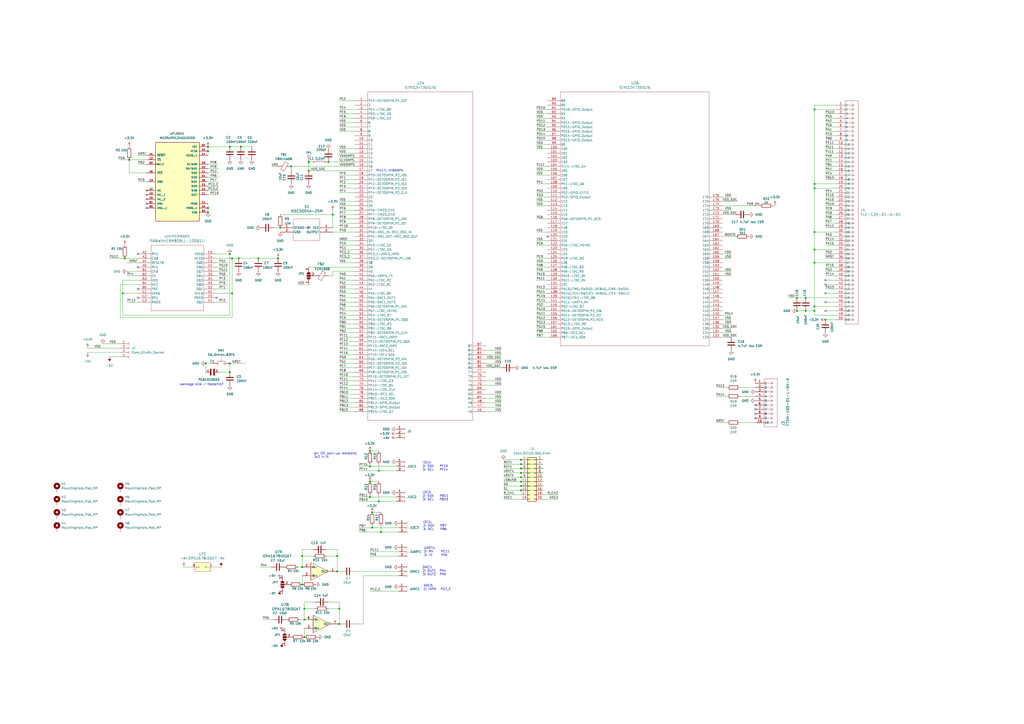
<source format=kicad_sch>
(kicad_sch (version 20231120) (generator "eeschema") (generator_version "8.0")
  (paper "A2")
  (title_block (title "CustomSTM32H735Board") (date "2024-05-10") (rev "v1") (company "HB9GZE"))
  (lib_symbols
    (symbol "Connector:Conn_01x02_Socket" (pin_names (offset 1.016) hide)
      (property "Reference" "J" (at 0 2.54 0))
      (property "Value" "Conn_01x02_Socket" (at 0 -5.08 0))
      (symbol "Conn_01x02_Socket_1_1"
        (pin passive line (at -5.08 0 0) (length 3.81) (name "Pin_1") (number "1"))
        (pin passive line (at -5.08 -2.54 0) (length 3.81) (name "Pin_2") (number "2"))
      )
    )
    (symbol "Connector:Conn_01x03_Socket" (pin_names (offset 1.016) hide)
      (property "Reference" "J" (at 0 5.08 0))
      (property "Value" "Conn_01x03_Socket" (at 0 -5.08 0))
      (symbol "Conn_01x03_Socket_1_1"
        (pin passive line (at -5.08 2.54 0) (length 3.81) (name "Pin_1") (number "1"))
        (pin passive line (at -5.08 0 0) (length 3.81) (name "Pin_2") (number "2"))
        (pin passive line (at -5.08 -2.54 0) (length 3.81) (name "Pin_3") (number "3"))
      )
    )
    (symbol "Connector:Conn_01x04_Socket" (pin_names (offset 1.016) hide)
      (property "Reference" "J" (at 0 5.08 0))
      (property "Value" "Conn_01x04_Socket" (at 0 -7.62 0))
      (symbol "Conn_01x04_Socket_1_1"
        (pin passive line (at -5.08 2.54 0) (length 3.81) (name "Pin_1") (number "1"))
        (pin passive line (at -5.08 0 0) (length 3.81) (name "Pin_2") (number "2"))
        (pin passive line (at -5.08 -2.54 0) (length 3.81) (name "Pin_3") (number "3"))
        (pin passive line (at -5.08 -5.08 0) (length 3.81) (name "Pin_4") (number "4"))
      )
    )
    (symbol "Connector:TestPoint" (pin_numbers hide) (pin_names (offset 0.762) hide)
      (property "Reference" "TP" (at 0 6.858 0))
      (property "Value" "TestPoint" (at 0 5.08 0))
      (symbol "TestPoint_1_1"
        (pin passive line (at 0 0 90) (length 2.54) (name "1") (number "1"))
      )
    )
    (symbol "Connector_Generic:Conn_02x10_Odd_Even" (pin_names (offset 1.016) hide)
      (property "Reference" "J" (at 1.27 12.7 0))
      (property "Value" "Conn_02x10_Odd_Even" (at 1.27 -15.24 0))
      (symbol "Conn_02x10_Odd_Even_1_1"
        (pin passive line (at -5.08 10.16 0) (length 3.81) (name "Pin_1") (number "1"))
        (pin passive line (at 7.62 0 180) (length 3.81) (name "Pin_10") (number "10"))
        (pin passive line (at -5.08 -2.54 0) (length 3.81) (name "Pin_11") (number "11"))
        (pin passive line (at 7.62 -2.54 180) (length 3.81) (name "Pin_12") (number "12"))
        (pin passive line (at -5.08 -5.08 0) (length 3.81) (name "Pin_13") (number "13"))
        (pin passive line (at 7.62 -5.08 180) (length 3.81) (name "Pin_14") (number "14"))
        (pin passive line (at -5.08 -7.62 0) (length 3.81) (name "Pin_15") (number "15"))
        (pin passive line (at 7.62 -7.62 180) (length 3.81) (name "Pin_16") (number "16"))
        (pin passive line (at -5.08 -10.16 0) (length 3.81) (name "Pin_17") (number "17"))
        (pin passive line (at 7.62 -10.16 180) (length 3.81) (name "Pin_18") (number "18"))
        (pin passive line (at -5.08 -12.7 0) (length 3.81) (name "Pin_19") (number "19"))
        (pin passive line (at 7.62 10.16 180) (length 3.81) (name "Pin_2") (number "2"))
        (pin passive line (at 7.62 -12.7 180) (length 3.81) (name "Pin_20") (number "20"))
        (pin passive line (at -5.08 7.62 0) (length 3.81) (name "Pin_3") (number "3"))
        (pin passive line (at 7.62 7.62 180) (length 3.81) (name "Pin_4") (number "4"))
        (pin passive line (at -5.08 5.08 0) (length 3.81) (name "Pin_5") (number "5"))
        (pin passive line (at 7.62 5.08 180) (length 3.81) (name "Pin_6") (number "6"))
        (pin passive line (at -5.08 2.54 0) (length 3.81) (name "Pin_7") (number "7"))
        (pin passive line (at 7.62 2.54 180) (length 3.81) (name "Pin_8") (number "8"))
        (pin passive line (at -5.08 0 0) (length 3.81) (name "Pin_9") (number "9"))
      )
    )
    (symbol "Device:C" (pin_numbers hide) (pin_names (offset 0.254))
      (property "Reference" "C" (at 0.635 2.54 0))
      (property "Value" "C" (at 0.635 -2.54 0))
      (symbol "C_1_1"
        (pin passive line (at 0 3.81 270) (length 2.794) (name "~") (number "1"))
        (pin passive line (at 0 -3.81 90) (length 2.794) (name "~") (number "2"))
      )
    )
    (symbol "Device:FerriteBead" (pin_numbers hide) (pin_names (offset 0))
      (property "Reference" "FB" (at -3.81 0.635 90))
      (property "Value" "FerriteBead" (at 3.81 0 90))
      (symbol "FerriteBead_1_1"
        (pin passive line (at 0 3.81 270) (length 2.54) (name "~") (number "1"))
        (pin passive line (at 0 -3.81 90) (length 2.54) (name "~") (number "2"))
      )
    )
    (symbol "Device:L" (pin_numbers hide) (pin_names (offset 1.016) hide)
      (property "Reference" "L" (at -1.27 0 90))
      (property "Value" "L" (at 1.905 0 90))
      (symbol "L_1_1"
        (pin passive line (at 0 3.81 270) (length 1.27) (name "1") (number "1"))
        (pin passive line (at 0 -3.81 90) (length 1.27) (name "2") (number "2"))
      )
    )
    (symbol "Device:R" (pin_numbers hide) (pin_names (offset 0))
      (property "Reference" "R" (at 2.032 0 90))
      (property "Value" "R" (at 0 0 90))
      (symbol "R_1_1"
        (pin passive line (at 0 3.81 270) (length 1.27) (name "~") (number "1"))
        (pin passive line (at 0 -3.81 90) (length 1.27) (name "~") (number "2"))
      )
    )
    (symbol "Jumper:SolderJumper_3_Open" (pin_names (offset 0) hide) (exclude_from_sim yes) (in_bom no)
      (property "Reference" "JP" (at -2.54 -2.54 0))
      (property "Value" "SolderJumper_3_Open" (at 0 2.794 0))
      (symbol "SolderJumper_3_Open_1_1"
        (pin passive line (at -5.08 0 0) (length 2.54) (name "A") (number "1"))
        (pin passive line (at 0 -3.81 90) (length 2.54) (name "C") (number "2"))
        (pin passive line (at 5.08 0 180) (length 2.54) (name "B") (number "3"))
      )
    )
    (symbol "Mechanical:MountingHole_Pad_MP" (pin_numbers hide) (pin_names (offset 1.016) hide) (exclude_from_sim yes) (in_bom no)
      (property "Reference" "H" (at 0 6.35 0))
      (property "Value" "MountingHole_Pad_MP" (at 0 4.445 0))
      (symbol "MountingHole_Pad_MP_1_1"
        (pin input line (at 0 -2.54 90) (length 2.54) (name "MP") (number "MP"))
      )
    )
    (symbol "Private:FLE-125-01-G-DV" (pin_names (offset 0.254))
      (property "Reference" "J" (at 8.89 6.35 0))
      (property "Value" "FLE-125-01-G-DV" (at 0 0 0))
      (symbol "FLE-125-01-G-DV_1_1"
        (pin unspecified line (at 0 0 0) (length 5.08) (name "1") (number "1"))
        (pin unspecified line (at 0 -22.86 0) (length 5.08) (name "10") (number "10"))
        (pin unspecified line (at 0 -25.4 0) (length 5.08) (name "11") (number "11"))
        (pin unspecified line (at 0 -27.94 0) (length 5.08) (name "12") (number "12"))
        (pin unspecified line (at 0 -30.48 0) (length 5.08) (name "13") (number "13"))
        (pin unspecified line (at 0 -33.02 0) (length 5.08) (name "14") (number "14"))
        (pin unspecified line (at 0 -35.56 0) (length 5.08) (name "15") (number "15"))
        (pin unspecified line (at 0 -38.1 0) (length 5.08) (name "16") (number "16"))
        (pin unspecified line (at 0 -40.64 0) (length 5.08) (name "17") (number "17"))
        (pin unspecified line (at 0 -43.18 0) (length 5.08) (name "18") (number "18"))
        (pin unspecified line (at 0 -45.72 0) (length 5.08) (name "19") (number "19"))
        (pin unspecified line (at 0 -2.54 0) (length 5.08) (name "2") (number "2"))
        (pin unspecified line (at 0 -48.26 0) (length 5.08) (name "20") (number "20"))
        (pin unspecified line (at 0 -50.8 0) (length 5.08) (name "21") (number "21"))
        (pin unspecified line (at 0 -53.34 0) (length 5.08) (name "22") (number "22"))
        (pin unspecified line (at 0 -55.88 0) (length 5.08) (name "23") (number "23"))
        (pin unspecified line (at 0 -58.42 0) (length 5.08) (name "24") (number "24"))
        (pin unspecified line (at 0 -60.96 0) (length 5.08) (name "25") (number "25"))
        (pin unspecified line (at 0 -63.5 0) (length 5.08) (name "26") (number "26"))
        (pin unspecified line (at 0 -66.04 0) (length 5.08) (name "27") (number "27"))
        (pin unspecified line (at 0 -68.58 0) (length 5.08) (name "28") (number "28"))
        (pin unspecified line (at 0 -71.12 0) (length 5.08) (name "29") (number "29"))
        (pin unspecified line (at 0 -5.08 0) (length 5.08) (name "3") (number "3"))
        (pin unspecified line (at 0 -73.66 0) (length 5.08) (name "30") (number "30"))
        (pin unspecified line (at 0 -76.2 0) (length 5.08) (name "31") (number "31"))
        (pin unspecified line (at 0 -78.74 0) (length 5.08) (name "32") (number "32"))
        (pin unspecified line (at 0 -81.28 0) (length 5.08) (name "33") (number "33"))
        (pin unspecified line (at 0 -83.82 0) (length 5.08) (name "34") (number "34"))
        (pin unspecified line (at 0 -86.36 0) (length 5.08) (name "35") (number "35"))
        (pin unspecified line (at 0 -88.9 0) (length 5.08) (name "36") (number "36"))
        (pin unspecified line (at 0 -91.44 0) (length 5.08) (name "37") (number "37"))
        (pin unspecified line (at 0 -93.98 0) (length 5.08) (name "38") (number "38"))
        (pin unspecified line (at 0 -96.52 0) (length 5.08) (name "39") (number "39"))
        (pin unspecified line (at 0 -7.62 0) (length 5.08) (name "4") (number "4"))
        (pin unspecified line (at 0 -99.06 0) (length 5.08) (name "40") (number "40"))
        (pin unspecified line (at 0 -101.6 0) (length 5.08) (name "41") (number "41"))
        (pin unspecified line (at 0 -104.14 0) (length 5.08) (name "42") (number "42"))
        (pin unspecified line (at 0 -106.68 0) (length 5.08) (name "43") (number "43"))
        (pin unspecified line (at 0 -109.22 0) (length 5.08) (name "44") (number "44"))
        (pin unspecified line (at 0 -111.76 0) (length 5.08) (name "45") (number "45"))
        (pin unspecified line (at 0 -114.3 0) (length 5.08) (name "46") (number "46"))
        (pin unspecified line (at 0 -116.84 0) (length 5.08) (name "47") (number "47"))
        (pin unspecified line (at 0 -119.38 0) (length 5.08) (name "48") (number "48"))
        (pin unspecified line (at 0 -121.92 0) (length 5.08) (name "49") (number "49"))
        (pin unspecified line (at 0 -10.16 0) (length 5.08) (name "5") (number "5"))
        (pin unspecified line (at 0 -124.46 0) (length 5.08) (name "50") (number "50"))
        (pin unspecified line (at 0 -12.7 0) (length 5.08) (name "6") (number "6"))
        (pin unspecified line (at 0 -15.24 0) (length 5.08) (name "7") (number "7"))
        (pin unspecified line (at 0 -17.78 0) (length 5.08) (name "8") (number "8"))
        (pin unspecified line (at 0 -20.32 0) (length 5.08) (name "9") (number "9"))
      )
      (symbol "FLE-125-01-G-DV_1_2"
        (pin unspecified line (at 0 0 0) (length 5.08) (name "1") (number "1"))
        (pin unspecified line (at 0 -22.86 0) (length 5.08) (name "10") (number "10"))
        (pin unspecified line (at 0 -25.4 0) (length 5.08) (name "11") (number "11"))
        (pin unspecified line (at 0 -27.94 0) (length 5.08) (name "12") (number "12"))
        (pin unspecified line (at 0 -30.48 0) (length 5.08) (name "13") (number "13"))
        (pin unspecified line (at 0 -33.02 0) (length 5.08) (name "14") (number "14"))
        (pin unspecified line (at 0 -35.56 0) (length 5.08) (name "15") (number "15"))
        (pin unspecified line (at 0 -38.1 0) (length 5.08) (name "16") (number "16"))
        (pin unspecified line (at 0 -40.64 0) (length 5.08) (name "17") (number "17"))
        (pin unspecified line (at 0 -43.18 0) (length 5.08) (name "18") (number "18"))
        (pin unspecified line (at 0 -45.72 0) (length 5.08) (name "19") (number "19"))
        (pin unspecified line (at 0 -2.54 0) (length 5.08) (name "2") (number "2"))
        (pin unspecified line (at 0 -48.26 0) (length 5.08) (name "20") (number "20"))
        (pin unspecified line (at 0 -50.8 0) (length 5.08) (name "21") (number "21"))
        (pin unspecified line (at 0 -53.34 0) (length 5.08) (name "22") (number "22"))
        (pin unspecified line (at 0 -55.88 0) (length 5.08) (name "23") (number "23"))
        (pin unspecified line (at 0 -58.42 0) (length 5.08) (name "24") (number "24"))
        (pin unspecified line (at 0 -60.96 0) (length 5.08) (name "25") (number "25"))
        (pin unspecified line (at 0 -63.5 0) (length 5.08) (name "26") (number "26"))
        (pin unspecified line (at 0 -66.04 0) (length 5.08) (name "27") (number "27"))
        (pin unspecified line (at 0 -68.58 0) (length 5.08) (name "28") (number "28"))
        (pin unspecified line (at 0 -71.12 0) (length 5.08) (name "29") (number "29"))
        (pin unspecified line (at 0 -5.08 0) (length 5.08) (name "3") (number "3"))
        (pin unspecified line (at 0 -73.66 0) (length 5.08) (name "30") (number "30"))
        (pin unspecified line (at 0 -76.2 0) (length 5.08) (name "31") (number "31"))
        (pin unspecified line (at 0 -78.74 0) (length 5.08) (name "32") (number "32"))
        (pin unspecified line (at 0 -81.28 0) (length 5.08) (name "33") (number "33"))
        (pin unspecified line (at 0 -83.82 0) (length 5.08) (name "34") (number "34"))
        (pin unspecified line (at 0 -86.36 0) (length 5.08) (name "35") (number "35"))
        (pin unspecified line (at 0 -88.9 0) (length 5.08) (name "36") (number "36"))
        (pin unspecified line (at 0 -91.44 0) (length 5.08) (name "37") (number "37"))
        (pin unspecified line (at 0 -93.98 0) (length 5.08) (name "38") (number "38"))
        (pin unspecified line (at 0 -96.52 0) (length 5.08) (name "39") (number "39"))
        (pin unspecified line (at 0 -7.62 0) (length 5.08) (name "4") (number "4"))
        (pin unspecified line (at 0 -99.06 0) (length 5.08) (name "40") (number "40"))
        (pin unspecified line (at 0 -101.6 0) (length 5.08) (name "41") (number "41"))
        (pin unspecified line (at 0 -104.14 0) (length 5.08) (name "42") (number "42"))
        (pin unspecified line (at 0 -106.68 0) (length 5.08) (name "43") (number "43"))
        (pin unspecified line (at 0 -109.22 0) (length 5.08) (name "44") (number "44"))
        (pin unspecified line (at 0 -111.76 0) (length 5.08) (name "45") (number "45"))
        (pin unspecified line (at 0 -114.3 0) (length 5.08) (name "46") (number "46"))
        (pin unspecified line (at 0 -116.84 0) (length 5.08) (name "47") (number "47"))
        (pin unspecified line (at 0 -119.38 0) (length 5.08) (name "48") (number "48"))
        (pin unspecified line (at 0 -121.92 0) (length 5.08) (name "49") (number "49"))
        (pin unspecified line (at 0 -10.16 0) (length 5.08) (name "5") (number "5"))
        (pin unspecified line (at 0 -124.46 0) (length 5.08) (name "50") (number "50"))
        (pin unspecified line (at 0 -12.7 0) (length 5.08) (name "6") (number "6"))
        (pin unspecified line (at 0 -15.24 0) (length 5.08) (name "7") (number "7"))
        (pin unspecified line (at 0 -17.78 0) (length 5.08) (name "8") (number "8"))
        (pin unspecified line (at 0 -20.32 0) (length 5.08) (name "9") (number "9"))
      )
    )
    (symbol "Private:FTSH-105-01-L-DV-K" (pin_names (offset 0.254))
      (property "Reference" "J" (at 8.89 6.35 0))
      (property "Value" "FTSH-105-01-L-DV-K" (at 0 0 0))
      (symbol "FTSH-105-01-L-DV-K_0_1"
        (pin unspecified line (at 0 0 0) (length 5.08) (name "1") (number "1"))
        (pin unspecified line (at 0 -22.86 0) (length 5.08) (name "10") (number "10"))
        (pin unspecified line (at 0 -2.54 0) (length 5.08) (name "2") (number "2"))
        (pin unspecified line (at 0 -5.08 0) (length 5.08) (name "3") (number "3"))
        (pin unspecified line (at 0 -7.62 0) (length 5.08) (name "4") (number "4"))
        (pin unspecified line (at 0 -10.16 0) (length 5.08) (name "5") (number "5"))
        (pin unspecified line (at 0 -12.7 0) (length 5.08) (name "6") (number "6"))
        (pin unspecified line (at 0 -15.24 0) (length 5.08) (name "7") (number "7"))
        (pin unspecified line (at 0 -17.78 0) (length 5.08) (name "8") (number "8"))
        (pin unspecified line (at 0 -20.32 0) (length 5.08) (name "9") (number "9"))
      )
    )
    (symbol "Private:IS66WVH16M8DBLL-100B1LI" (pin_names (offset 0.254))
      (property "Reference" "U" (at 22.86 10.16 0))
      (property "Value" "IS66WVH16M8DBLL-100B1LI" (at 22.86 7.62 0))
      (symbol "IS66WVH16M8DBLL-100B1LI_0_1"
        (pin unspecified line (at 0 0 0) (length 7.62) (name "RFU") (number "A2"))
        (pin unspecified line (at 0 -2.54 0) (length 7.62) (name "CS#") (number "A3"))
        (pin unspecified line (at 0 -5.08 0) (length 7.62) (name "RESET#") (number "A4"))
        (pin unspecified line (at 0 -7.62 0) (length 7.62) (name "RFU") (number "A5"))
        (pin unspecified line (at 0 -10.16 0) (length 7.62) (name "CK#") (number "B1"))
        (pin unspecified line (at 0 -12.7 0) (length 7.62) (name "CK") (number "B2"))
        (pin power_out line (at 0 -15.24 0) (length 7.62) (name "VSS") (number "B3"))
        (pin power_in line (at 0 -17.78 0) (length 7.62) (name "VCC") (number "B4"))
        (pin unspecified line (at 0 -20.32 0) (length 7.62) (name "PSC") (number "B5"))
        (pin power_out line (at 0 -22.86 0) (length 7.62) (name "VSSQ") (number "C1"))
        (pin unspecified line (at 0 -25.4 0) (length 7.62) (name "RFU") (number "C2"))
        (pin unspecified line (at 0 -27.94 0) (length 7.62) (name "RWDS") (number "C3"))
        (pin bidirectional line (at 45.72 -27.94 180) (length 7.62) (name "DQ2") (number "C4"))
        (pin unspecified line (at 45.72 -25.4 180) (length 7.62) (name "PSC#") (number "C5"))
        (pin power_in line (at 45.72 -22.86 180) (length 7.62) (name "VCCQ") (number "D1"))
        (pin bidirectional line (at 45.72 -20.32 180) (length 7.62) (name "DQ1") (number "D2"))
        (pin bidirectional line (at 45.72 -17.78 180) (length 7.62) (name "DQ0") (number "D3"))
        (pin bidirectional line (at 45.72 -15.24 180) (length 7.62) (name "DQ3") (number "D4"))
        (pin bidirectional line (at 45.72 -12.7 180) (length 7.62) (name "DQ4") (number "D5"))
        (pin bidirectional line (at 45.72 -10.16 180) (length 7.62) (name "DQ7") (number "E1"))
        (pin bidirectional line (at 45.72 -7.62 180) (length 7.62) (name "DQ6") (number "E2"))
        (pin bidirectional line (at 45.72 -5.08 180) (length 7.62) (name "DQ5") (number "E3"))
        (pin power_in line (at 45.72 -2.54 180) (length 7.62) (name "VCCQ") (number "E4"))
        (pin power_out line (at 45.72 0 180) (length 7.62) (name "VSSQ") (number "E5"))
      )
    )
    (symbol "Private:MX25LM51245GXDI00" (pin_names (offset 1.016))
      (property "Reference" "U" (at -12.7 19.05 0))
      (property "Value" "MX25LM51245GXDI00" (at -12.7 -30.48 0))
      (symbol "MX25LM51245GXDI00_0_0"
        (pin no_connect line (at -17.78 -10.16 0) (length 5.08) (name "NC") (number "A2"))
        (pin no_connect line (at -17.78 -12.7 0) (length 5.08) (name "NC__1") (number "A3"))
        (pin input line (at -17.78 10.16 0) (length 5.08) (name "~{RESET}") (number "A4"))
        (pin input line (at -17.78 0 0) (length 5.08) (name "~{ECS}") (number "A5"))
        (pin passive line (at -17.78 -17.78 0) (length 5.08) (name "DNU") (number "B1"))
        (pin input clock (at -17.78 5.08 0) (length 5.08) (name "SCLK") (number "B2"))
        (pin power_in line (at 17.78 -22.86 180) (length 5.08) (name "GND") (number "B3"))
        (pin power_in line (at 17.78 15.24 180) (length 5.08) (name "VCC") (number "B4"))
        (pin passive line (at -17.78 -20.32 0) (length 5.08) (name "DNU__1") (number "B5"))
        (pin power_in line (at 17.78 -17.78 180) (length 5.08) (name "VSSQ") (number "C1"))
        (pin input line (at -17.78 7.62 0) (length 5.08) (name "~{CS}") (number "C2"))
        (pin bidirectional line (at -17.78 -5.08 0) (length 5.08) (name "DQS") (number "C3"))
        (pin bidirectional line (at 17.78 0 180) (length 5.08) (name "SIO2") (number "C4"))
        (pin no_connect line (at -17.78 -15.24 0) (length 5.08) (name "NC__2") (number "C5"))
        (pin power_in line (at 17.78 12.7 180) (length 5.08) (name "VCCQ") (number "D1"))
        (pin bidirectional line (at 17.78 2.54 180) (length 5.08) (name "SO/SIO1") (number "D2"))
        (pin bidirectional line (at 17.78 5.08 180) (length 5.08) (name "SI/SIO0") (number "D3"))
        (pin bidirectional line (at 17.78 -2.54 180) (length 5.08) (name "SIO3") (number "D4"))
        (pin bidirectional line (at 17.78 -5.08 180) (length 5.08) (name "SIO4") (number "D5"))
        (pin bidirectional line (at 17.78 -12.7 180) (length 5.08) (name "SIO7") (number "E1"))
        (pin bidirectional line (at 17.78 -10.16 180) (length 5.08) (name "SIO6") (number "E2"))
        (pin bidirectional line (at 17.78 -7.62 180) (length 5.08) (name "SIO5") (number "E3"))
        (pin power_in line (at 17.78 10.16 180) (length 5.08) (name "VCCQ__1") (number "E4"))
        (pin power_in line (at 17.78 -20.32 180) (length 5.08) (name "VSSQ__1") (number "E5"))
      )
    )
    (symbol "Private:NSC5004A-25M" (pin_names (offset 0.254))
      (property "Reference" "X" (at 0 10.414 0))
      (property "Value" "NSC5004A-25M" (at -0.254 7.874 0))
      (symbol "NSC5004A-25M_0_1"
        (pin unspecified line (at -15.24 1.27 0) (length 7.62) (name "STAND-BY") (number "1"))
        (pin power_out line (at -15.24 -1.27 0) (length 7.62) (name "GND") (number "2"))
        (pin output line (at 15.24 -1.27 180) (length 7.62) (name "OUTPUT") (number "3"))
        (pin power_in line (at 15.24 1.27 180) (length 7.62) (name "VCC") (number "4"))
      )
    )
    (symbol "Private:OPA1678IDGKT" (pin_names (offset 0.254))
      (property "Reference" "U" (at -0.508 1.524 0))
      (property "Value" "OPA1678IDGKT" (at -0.762 5.08 0))
      (symbol "OPA1678IDGKT_1_1"
        (pin output line (at 10.16 1.27 180) (length 5.08) (name "OUT") (number "1"))
        (pin input line (at -10.16 3.81 0) (length 5.08) (name "IN-") (number "2"))
        (pin input line (at -10.16 -1.27 0) (length 5.08) (name "IN+") (number "3"))
      )
      (symbol "OPA1678IDGKT_2_1"
        (pin input line (at -10.16 -1.27 0) (length 5.08) (name "IN+") (number "5"))
        (pin input line (at -10.16 3.81 0) (length 5.08) (name "IN-") (number "6"))
        (pin output line (at 10.16 1.27 180) (length 5.08) (name "OUT") (number "7"))
      )
      (symbol "OPA1678IDGKT_3_1"
        (pin power_in line (at 5.08 1.27 180) (length 1.27) (name "V-") (number "4"))
        (pin power_in line (at -6.35 1.27 0) (length 1.27) (name "V+") (number "8"))
      )
    )
    (symbol "Private:PGB1010603" (pin_names (offset 1.016))
      (property "Reference" "C" (at 0 3.8109 0))
      (property "Value" "PGB1010603" (at -5.08 -3.81 0))
      (symbol "PGB1010603_0_0"
        (pin passive line (at -2.54 0 0) (length 2.54) (name "~") (number "1"))
        (pin passive line (at 5.08 0 180) (length 2.54) (name "~") (number "2"))
      )
    )
    (symbol "Private:STM32H735IGT6" (pin_names (offset 0.254))
      (property "Reference" "U" (at 38.1 10.16 0))
      (property "Value" "STM32H735IGT6" (at 38.1 7.62 0))
      (symbol "STM32H735IGT6_1_1"
        (pin unspecified line (at 0 0 0) (length 7.62) (name "PE2-OCTOSPIM_P1_IO2") (number "1"))
        (pin unspecified line (at 0 -22.86 0) (length 7.62) (name "10") (number "10"))
        (pin unspecified line (at 0 -25.4 0) (length 7.62) (name "11") (number "11"))
        (pin unspecified line (at 0 -27.94 0) (length 7.62) (name "12") (number "12"))
        (pin unspecified line (at 0 -30.48 0) (length 7.62) (name "13") (number "13"))
        (pin unspecified line (at 0 -33.02 0) (length 7.62) (name "14") (number "14"))
        (pin unspecified line (at 0 -35.56 0) (length 7.62) (name "15") (number "15"))
        (pin unspecified line (at 0 -38.1 0) (length 7.62) (name "16") (number "16"))
        (pin unspecified line (at 0 -40.64 0) (length 7.62) (name "17") (number "17"))
        (pin unspecified line (at 0 -43.18 0) (length 7.62) (name "PF0-OCTOSPIM_P2_IO0") (number "18"))
        (pin unspecified line (at 0 -45.72 0) (length 7.62) (name "PF1-OCTOSPIM_P2_IO1") (number "19"))
        (pin unspecified line (at 0 -2.54 0) (length 7.62) (name "2") (number "2"))
        (pin unspecified line (at 0 -48.26 0) (length 7.62) (name "PF2-OCTOSPIM_P2_IO2") (number "20"))
        (pin unspecified line (at 0 -50.8 0) (length 7.62) (name "PF3-OCTOSPIM_P2_IO3") (number "21"))
        (pin unspecified line (at 0 -53.34 0) (length 7.62) (name "PF4-OCTOSPIM_P2_CLK") (number "22"))
        (pin unspecified line (at 0 -55.88 0) (length 7.62) (name "23") (number "23"))
        (pin unspecified line (at 0 -58.42 0) (length 7.62) (name "24") (number "24"))
        (pin unspecified line (at 0 -60.96 0) (length 7.62) (name "25") (number "25"))
        (pin unspecified line (at 0 -63.5 0) (length 7.62) (name "PF6-TIM23_CH1") (number "26"))
        (pin unspecified line (at 0 -66.04 0) (length 7.62) (name "PF7-TIM23_CH2") (number "27"))
        (pin unspecified line (at 0 -68.58 0) (length 7.62) (name "PF8-OCTOSPIM_P1_IO0") (number "28"))
        (pin unspecified line (at 0 -71.12 0) (length 7.62) (name "PF9-OCTOSPIM_P1_IO1") (number "29"))
        (pin unspecified line (at 0 -5.08 0) (length 7.62) (name "PE4-LTDC_B0") (number "3"))
        (pin unspecified line (at 0 -73.66 0) (length 7.62) (name "PF10-LTDC_DE") (number "30"))
        (pin unspecified line (at 0 -76.2 0) (length 7.62) (name "PH0-OSC_IN-RCC_OSC_IN") (number "31"))
        (pin unspecified line (at 0 -78.74 0) (length 7.62) (name "PH1-OSC_OUT-RCC_OSC_OUT") (number "32"))
        (pin unspecified line (at 0 -81.28 0) (length 7.62) (name "33") (number "33"))
        (pin unspecified line (at 0 -83.82 0) (length 7.62) (name "PC0-LTDC_G2") (number "34"))
        (pin unspecified line (at 0 -86.36 0) (length 7.62) (name "PC1-LTDC_G5") (number "35"))
        (pin unspecified line (at 0 -88.9 0) (length 7.62) (name "PC2_C-ADC3_INP0") (number "36"))
        (pin unspecified line (at 0 -91.44 0) (length 7.62) (name "PC3_C-OCTOSPIM_P1_IO6") (number "37"))
        (pin unspecified line (at 0 -93.98 0) (length 7.62) (name "38") (number "38"))
        (pin unspecified line (at 0 -96.52 0) (length 7.62) (name "39") (number "39"))
        (pin unspecified line (at 0 -7.62 0) (length 7.62) (name "PE5-LTDC_G0") (number "4"))
        (pin unspecified line (at 0 -99.06 0) (length 7.62) (name "40") (number "40"))
        (pin unspecified line (at 0 -101.6 0) (length 7.62) (name "PA0-UART4_TX") (number "41"))
        (pin unspecified line (at 0 -104.14 0) (length 7.62) (name "PA1-LTDC_R2") (number "42"))
        (pin unspecified line (at 0 -106.68 0) (length 7.62) (name "PA2-LTDC_R1") (number "43"))
        (pin unspecified line (at 0 -109.22 0) (length 7.62) (name "44") (number "44"))
        (pin unspecified line (at 76.2 -180.34 180) (length 7.62) (name "45") (number "45"))
        (pin unspecified line (at 0 -111.76 0) (length 7.62) (name "PA3-LTDC_B5") (number "46"))
        (pin unspecified line (at 76.2 -177.8 180) (length 7.62) (name "47") (number "47"))
        (pin unspecified line (at 76.2 -175.26 180) (length 7.62) (name "48") (number "48"))
        (pin unspecified line (at 0 -114.3 0) (length 7.62) (name "PA4-DAC1_OUT1") (number "49"))
        (pin unspecified line (at 0 -10.16 0) (length 7.62) (name "PE6-LTDC_G1") (number "5"))
        (pin unspecified line (at 0 -116.84 0) (length 7.62) (name "PA5-DAC1_OUT2") (number "50"))
        (pin unspecified line (at 0 -119.38 0) (length 7.62) (name "PA6-OCTOSPIM_P1_IO3") (number "51"))
        (pin unspecified line (at 0 -121.92 0) (length 7.62) (name "PA7-LTDC_VSYNC") (number "52"))
        (pin unspecified line (at 0 -124.46 0) (length 7.62) (name "PC4-LTDC_R7") (number "53"))
        (pin unspecified line (at 0 -127 0) (length 7.62) (name "PC5-OCTOSPIM_P1_DQS") (number "54"))
        (pin unspecified line (at 0 -129.54 0) (length 7.62) (name "PB0-LTDC_R3") (number "55"))
        (pin unspecified line (at 0 -132.08 0) (length 7.62) (name "PB1-LTDC_R6") (number "56"))
        (pin unspecified line (at 0 -134.62 0) (length 7.62) (name "PB2-OCTOSPIM_P1_CLK") (number "57"))
        (pin unspecified line (at 0 -137.16 0) (length 7.62) (name "PF11-ADC1_INP2") (number "58"))
        (pin unspecified line (at 0 -139.7 0) (length 7.62) (name "PF12-OCTOSPIM_P2_DQS") (number "59"))
        (pin unspecified line (at 0 -12.7 0) (length 7.62) (name "6") (number "6"))
        (pin unspecified line (at 0 -142.24 0) (length 7.62) (name "PF13-ADC2_INP2") (number "60"))
        (pin unspecified line (at 0 -144.78 0) (length 7.62) (name "PF14-I2C4_SCL") (number "61"))
        (pin unspecified line (at 0 -147.32 0) (length 7.62) (name "PF15-I2C4_SDA") (number "62"))
        (pin unspecified line (at 0 -149.86 0) (length 7.62) (name "PG0-OCTOSPIM_P2_IO4") (number "63"))
        (pin unspecified line (at 76.2 -172.72 180) (length 7.62) (name "64") (number "64"))
        (pin unspecified line (at 76.2 -170.18 180) (length 7.62) (name "65") (number "65"))
        (pin unspecified line (at 0 -152.4 0) (length 7.62) (name "PG1-OCTOSPIM_P2_IO5") (number "66"))
        (pin unspecified line (at 0 -154.94 0) (length 7.62) (name "PE7-OCTOSPIM_P1_IO4") (number "67"))
        (pin unspecified line (at 0 -157.48 0) (length 7.62) (name "PE8-OCTOSPIM_P1_IO5") (number "68"))
        (pin unspecified line (at 76.2 -167.64 180) (length 7.62) (name "69") (number "69"))
        (pin unspecified line (at 0 -15.24 0) (length 7.62) (name "7") (number "7"))
        (pin unspecified line (at 76.2 -165.1 180) (length 7.62) (name "70") (number "70"))
        (pin unspecified line (at 76.2 -162.56 180) (length 7.62) (name "71") (number "71"))
        (pin unspecified line (at 0 -160.02 0) (length 7.62) (name "PE10-OCTOSPIM_P1_IO7") (number "72"))
        (pin unspecified line (at 0 -162.56 0) (length 7.62) (name "PE11-LTDC_G3") (number "73"))
        (pin unspecified line (at 0 -165.1 0) (length 7.62) (name "PE12-LTDC_B4") (number "74"))
        (pin unspecified line (at 76.2 -160.02 180) (length 7.62) (name "75") (number "75"))
        (pin unspecified line (at 0 -167.64 0) (length 7.62) (name "PE14-LTDC_CLK") (number "76"))
        (pin unspecified line (at 76.2 -157.48 180) (length 7.62) (name "77") (number "77"))
        (pin unspecified line (at 0 -170.18 0) (length 7.62) (name "PB10-I2C2_SCL") (number "78"))
        (pin unspecified line (at 0 -172.72 0) (length 7.62) (name "PB11-I2C2_SDA") (number "79"))
        (pin unspecified line (at 0 -17.78 0) (length 7.62) (name "8") (number "8"))
        (pin unspecified line (at 76.2 -154.94 180) (length 7.62) (name "80") (number "80"))
        (pin unspecified line (at 76.2 -152.4 180) (length 7.62) (name "81") (number "81"))
        (pin unspecified line (at 76.2 -149.86 180) (length 7.62) (name "82") (number "82"))
        (pin unspecified line (at 76.2 -147.32 180) (length 7.62) (name "83") (number "83"))
        (pin unspecified line (at 76.2 -144.78 180) (length 7.62) (name "84") (number "84"))
        (pin unspecified line (at 0 -175.26 0) (length 7.62) (name "PB12-GPIO_Output") (number "85"))
        (pin unspecified line (at 0 -177.8 0) (length 7.62) (name "PB13-GPIO_Output") (number "86"))
        (pin unspecified line (at 76.2 -142.24 180) (length 7.62) (name "87") (number "87"))
        (pin unspecified line (at 0 -180.34 0) (length 7.62) (name "PB15-LTDC_G7") (number "88"))
        (pin unspecified line (at 0 -20.32 0) (length 7.62) (name "9") (number "9"))
      )
      (symbol "STM32H735IGT6_2_1"
        (pin unspecified line (at 0 -27.94 0) (length 7.62) (name "100") (number "100"))
        (pin unspecified line (at 0 -30.48 0) (length 7.62) (name "101") (number "101"))
        (pin unspecified line (at 0 -33.02 0) (length 7.62) (name "102") (number "102"))
        (pin unspecified line (at 0 -35.56 0) (length 7.62) (name "103") (number "103"))
        (pin unspecified line (at 0 -38.1 0) (length 7.62) (name "PJ11-LTDC_G4") (number "104"))
        (pin unspecified line (at 0 -40.64 0) (length 7.62) (name "105") (number "105"))
        (pin unspecified line (at 0 -43.18 0) (length 7.62) (name "106") (number "106"))
        (pin unspecified line (at 0 -45.72 0) (length 7.62) (name "107") (number "107"))
        (pin unspecified line (at 0 -48.26 0) (length 7.62) (name "PK1-LTDC_G6") (number "108"))
        (pin unspecified line (at 0 -50.8 0) (length 7.62) (name "109") (number "109"))
        (pin unspecified line (at 0 -53.34 0) (length 7.62) (name "PG2-GPIO_EXTI2") (number "110"))
        (pin unspecified line (at 0 -55.88 0) (length 7.62) (name "PG3-GPIO_Output") (number "111"))
        (pin unspecified line (at 0 -58.42 0) (length 7.62) (name "112") (number "112"))
        (pin unspecified line (at 0 -60.96 0) (length 7.62) (name "113") (number "113"))
        (pin unspecified line (at 0 -63.5 0) (length 7.62) (name "114") (number "114"))
        (pin unspecified line (at 0 -66.04 0) (length 7.62) (name "115") (number "115"))
        (pin unspecified line (at 0 -68.58 0) (length 7.62) (name "PG6-OCTOSPIM_P1_NCS") (number "116"))
        (pin unspecified line (at 0 -71.12 0) (length 7.62) (name "117") (number "117"))
        (pin unspecified line (at 0 -73.66 0) (length 7.62) (name "118") (number "118"))
        (pin unspecified line (at 0 -76.2 0) (length 7.62) (name "119") (number "119"))
        (pin unspecified line (at 0 -78.74 0) (length 7.62) (name "120") (number "120"))
        (pin unspecified line (at 0 -81.28 0) (length 7.62) (name "121") (number "121"))
        (pin unspecified line (at 0 -83.82 0) (length 7.62) (name "PC6-LTDC_HSYNC") (number "122"))
        (pin unspecified line (at 0 -86.36 0) (length 7.62) (name "123") (number "123"))
        (pin unspecified line (at 0 -88.9 0) (length 7.62) (name "124") (number "124"))
        (pin unspecified line (at 0 -91.44 0) (length 7.62) (name "PC9-LTDC_B2") (number "125"))
        (pin unspecified line (at 0 -93.98 0) (length 7.62) (name "126") (number "126"))
        (pin unspecified line (at 0 -96.52 0) (length 7.62) (name "PA8-LTDC_B3") (number "127"))
        (pin unspecified line (at 0 -99.06 0) (length 7.62) (name "PA9-LTDC_R5") (number "128"))
        (pin unspecified line (at 0 -101.6 0) (length 7.62) (name "PA10-LTDC_B1") (number "129"))
        (pin unspecified line (at 0 -104.14 0) (length 7.62) (name "PA11-LTDC_R4") (number "130"))
        (pin unspecified line (at 0 -106.68 0) (length 7.62) (name "131") (number "131"))
        (pin unspecified line (at 0 -109.22 0) (length 7.62) (name "PA13(JTMS/SWDIO)-DEBUG_JTMS-SWDIO") (number "132"))
        (pin unspecified line (at 101.6 -137.16 180) (length 7.62) (name "133") (number "133"))
        (pin unspecified line (at 101.6 -134.62 180) (length 7.62) (name "134") (number "134"))
        (pin unspecified line (at 101.6 -132.08 180) (length 7.62) (name "135") (number "135"))
        (pin unspecified line (at 101.6 -129.54 180) (length 7.62) (name "136") (number "136"))
        (pin unspecified line (at 101.6 -127 180) (length 7.62) (name "137") (number "137"))
        (pin unspecified line (at 0 -111.76 0) (length 7.62) (name "PA14(JTCK/SWCLK)-DEBUG_JTCK-SWCLK") (number "138"))
        (pin unspecified line (at 0 -114.3 0) (length 7.62) (name "PA15(JTDI)-LTDC_B6") (number "139"))
        (pin unspecified line (at 101.6 -124.46 180) (length 7.62) (name "140") (number "140"))
        (pin unspecified line (at 0 -116.84 0) (length 7.62) (name "PC11-UART4_RX") (number "141"))
        (pin unspecified line (at 101.6 -121.92 180) (length 7.62) (name "142") (number "142"))
        (pin unspecified line (at 101.6 -119.38 180) (length 7.62) (name "143") (number "143"))
        (pin unspecified line (at 101.6 -116.84 180) (length 7.62) (name "144") (number "144"))
        (pin unspecified line (at 0 -119.38 0) (length 7.62) (name "PD2-LTDC_B7") (number "145"))
        (pin unspecified line (at 101.6 -114.3 180) (length 7.62) (name "146") (number "146"))
        (pin unspecified line (at 101.6 -111.76 180) (length 7.62) (name "147") (number "147"))
        (pin unspecified line (at 101.6 -109.22 180) (length 7.62) (name "148") (number "148"))
        (pin unspecified line (at 101.6 -106.68 180) (length 7.62) (name "149") (number "149"))
        (pin unspecified line (at 101.6 -104.14 180) (length 7.62) (name "150") (number "150"))
        (pin unspecified line (at 101.6 -101.6 180) (length 7.62) (name "151") (number "151"))
        (pin unspecified line (at 101.6 -99.06 180) (length 7.62) (name "152") (number "152"))
        (pin unspecified line (at 101.6 -96.52 180) (length 7.62) (name "153") (number "153"))
        (pin unspecified line (at 0 -121.92 0) (length 7.62) (name "PG10-OCTOSPIM_P2_IO6") (number "154"))
        (pin unspecified line (at 0 -124.46 0) (length 7.62) (name "PG11-OCTOSPIM_P2_IO7") (number "155"))
        (pin unspecified line (at 0 -127 0) (length 7.62) (name "PG12-OCTOSPIM_P2_NCS") (number "156"))
        (pin unspecified line (at 0 -129.54 0) (length 7.62) (name "PG13-LTDC_R0") (number "157"))
        (pin unspecified line (at 101.6 -93.98 180) (length 7.62) (name "158") (number "158"))
        (pin unspecified line (at 101.6 -91.44 180) (length 7.62) (name "159") (number "159"))
        (pin unspecified line (at 101.6 -88.9 180) (length 7.62) (name "160") (number "160"))
        (pin unspecified line (at 0 -132.08 0) (length 7.62) (name "PG15-GPIO_Output") (number "161"))
        (pin unspecified line (at 101.6 -86.36 180) (length 7.62) (name "162") (number "162"))
        (pin unspecified line (at 101.6 -83.82 180) (length 7.62) (name "163") (number "163"))
        (pin unspecified line (at 101.6 -81.28 180) (length 7.62) (name "164") (number "164"))
        (pin unspecified line (at 0 -134.62 0) (length 7.62) (name "PB6-I2C1_SCL") (number "165"))
        (pin unspecified line (at 0 -137.16 0) (length 7.62) (name "PB7-I2C1_SDA") (number "166"))
        (pin unspecified line (at 101.6 -78.74 180) (length 7.62) (name "167") (number "167"))
        (pin unspecified line (at 101.6 -76.2 180) (length 7.62) (name "168") (number "168"))
        (pin unspecified line (at 101.6 -73.66 180) (length 7.62) (name "169") (number "169"))
        (pin unspecified line (at 101.6 -71.12 180) (length 7.62) (name "170") (number "170"))
        (pin unspecified line (at 101.6 -68.58 180) (length 7.62) (name "171") (number "171"))
        (pin unspecified line (at 101.6 -66.04 180) (length 7.62) (name "172") (number "172"))
        (pin unspecified line (at 101.6 -63.5 180) (length 7.62) (name "173") (number "173"))
        (pin unspecified line (at 101.6 -60.96 180) (length 7.62) (name "174") (number "174"))
        (pin unspecified line (at 101.6 -58.42 180) (length 7.62) (name "175") (number "175"))
        (pin unspecified line (at 101.6 -55.88 180) (length 7.62) (name "176") (number "176"))
        (pin unspecified line (at 0 0 0) (length 7.62) (name "89") (number "89"))
        (pin unspecified line (at 0 -2.54 0) (length 7.62) (name "90") (number "90"))
        (pin unspecified line (at 0 -5.08 0) (length 7.62) (name "PD10-GPIO_Output") (number "91"))
        (pin unspecified line (at 0 -7.62 0) (length 7.62) (name "92") (number "92"))
        (pin unspecified line (at 0 -10.16 0) (length 7.62) (name "93") (number "93"))
        (pin unspecified line (at 0 -12.7 0) (length 7.62) (name "PD11-GPIO_Output") (number "94"))
        (pin unspecified line (at 0 -15.24 0) (length 7.62) (name "PD12-GPIO_Output") (number "95"))
        (pin unspecified line (at 0 -17.78 0) (length 7.62) (name "PD13-GPIO_Output") (number "96"))
        (pin unspecified line (at 0 -20.32 0) (length 7.62) (name "PD14-GPIO_Output") (number "97"))
        (pin unspecified line (at 0 -22.86 0) (length 7.62) (name "PD15-GPIO_Output") (number "98"))
        (pin unspecified line (at 0 -25.4 0) (length 7.62) (name "99") (number "99"))
      )
    )
    (symbol "Switch:SW_Omron_B3FS" (pin_numbers hide) (pin_names (offset 1.016) hide)
      (property "Reference" "SW" (at 1.27 2.54 0))
      (property "Value" "SW_Omron_B3FS" (at 0 -1.524 0))
      (symbol "SW_Omron_B3FS_0_1"
        (pin passive line (at -5.08 0 0) (length 2.54) (name "1") (number "1"))
        (pin passive line (at 5.08 0 180) (length 2.54) (name "2") (number "2"))
      )
    )
    (symbol "power:+3.3V" (power) (pin_numbers hide) (pin_names (offset 0) hide)
      (property "Value" "+3.3V" (at 0 3.556 0))
      (symbol "+3.3V_1_1"
        (pin power_in line (at 0 0 90) (length 0) (name "~") (number "1"))
      )
    )
    (symbol "power:+5V" (power) (pin_numbers hide) (pin_names (offset 0) hide)
      (property "Value" "+5V" (at 0 3.556 0))
      (symbol "+5V_1_1"
        (pin power_in line (at 0 0 90) (length 0) (name "~") (number "1"))
      )
    )
    (symbol "power:-5V" (power) (pin_numbers hide) (pin_names (offset 0) hide)
      (property "Value" "-5V" (at 0 3.556 0))
      (symbol "-5V_0_0"
        (pin power_in line (at 0 0 90) (length 0) (name "~") (number "1"))
      )
    )
    (symbol "power:GND" (power) (pin_numbers hide) (pin_names (offset 0) hide)
      (property "Value" "GND" (at 0 -3.81 0))
      (symbol "GND_1_1"
        (pin power_in line (at 0 0 270) (length 0) (name "~") (number "1"))
      )
    )
  )
  (junction (at 219.71 273.05))
  (junction (at 176.53 369.57))
  (junction (at 462.28 172.72))
  (junction (at 138.43 149.86))
  (junction (at 179.07 93.98))
  (junction (at 214.63 261.62))
  (junction (at 168.91 96.52))
  (junction (at 120.65 123.19))
  (junction (at 133.35 147.32))
  (junction (at 214.63 270.51))
  (junction (at 190.5 93.98))
  (junction (at 119.38 210.82))
  (junction (at 302.26 274.32))
  (junction (at 472.44 134.62))
  (junction (at 219.71 290.83))
  (junction (at 302.26 271.78))
  (junction (at 176.53 359.41))
  (junction (at 195.58 322.58))
  (junction (at 472.44 106.68))
  (junction (at 120.65 85.09))
  (junction (at 149.86 149.86))
  (junction (at 302.26 269.24))
  (junction (at 472.44 109.22))
  (junction (at 472.44 144.78))
  (junction (at 134.62 170.18))
  (junction (at 175.26 339.09))
  (junction (at 72.39 149.86))
  (junction (at 71.12 170.18))
  (junction (at 302.26 284.48))
  (junction (at 175.26 328.93))
  (junction (at 179.07 99.06))
  (junction (at 139.7 85.09))
  (junction (at 467.36 172.72))
  (junction (at 302.26 266.7))
  (junction (at 220.98 308.61))
  (junction (at 472.44 63.5))
  (junction (at 196.85 361.95))
  (junction (at 162.56 132.08))
  (junction (at 120.65 87.63))
  (junction (at 215.9 297.18))
  (junction (at 302.26 281.94))
  (junction (at 161.29 149.86))
  (junction (at 133.35 85.09))
  (junction (at 175.26 322.58))
  (junction (at 302.26 279.4))
  (junction (at 120.65 120.65))
  (junction (at 134.62 149.86))
  (junction (at 133.35 210.82))
  (junction (at 467.36 180.34))
  (junction (at 472.44 177.8))
  (junction (at 193.04 124.46))
  (junction (at 133.35 215.9))
  (junction (at 215.9 306.07))
  (junction (at 214.63 279.4))
  (junction (at 462.28 180.34))
  (junction (at 176.53 353.06))
  (junction (at 472.44 152.4))
  (junction (at 478.79 185.42))
  (junction (at 196.85 353.06))
  (junction (at 472.44 180.34))
  (junction (at 195.58 331.47))
  (junction (at 302.26 276.86))
  (junction (at 214.63 288.29))
  (junction (at 74.93 92.71))
  (no_connect (at 438.15 242.57))
  (no_connect (at 80.01 147.32))
  (no_connect (at 317.5 137.16))
  (no_connect (at 478.79 165.1))
  (no_connect (at 125.73 172.72))
  (no_connect (at 85.09 120.65))
  (no_connect (at 438.15 234.95))
  (no_connect (at 438.15 237.49))
  (no_connect (at 80.01 154.94))
  (no_connect (at 80.01 167.64))
  (no_connect (at 438.15 240.03))
  (no_connect (at 80.01 172.72))
  (no_connect (at 85.09 118.11))
  (no_connect (at 478.79 175.26))
  (no_connect (at 478.79 170.18))
  (no_connect (at 478.79 162.56))
  (no_connect (at 478.79 180.34))
  (wire (pts (xy 196.85 210.82) (xy 205.74 210.82)))
  (wire (pts (xy 467.36 180.34) (xy 472.44 180.34)))
  (wire (pts (xy 196.85 88.9) (xy 205.74 88.9)))
  (wire (pts (xy 68.58 92.71) (xy 74.93 92.71)))
  (wire (pts (xy 196.85 190.5) (xy 205.74 190.5)))
  (wire (pts (xy 302.26 279.4) (xy 314.96 279.4)))
  (wire (pts (xy 424.18 147.32) (xy 419.1 147.32)))
  (wire (pts (xy 173.99 359.41) (xy 176.53 359.41)))
  (wire (pts (xy 196.85 91.44) (xy 205.74 91.44)))
  (wire (pts (xy 472.44 106.68) (xy 472.44 109.22)))
  (wire (pts (xy 181.61 93.98) (xy 179.07 93.98)))
  (wire (pts (xy 311.15 66.04) (xy 317.5 66.04)))
  (wire (pts (xy 424.18 121.92) (xy 419.1 121.92)))
  (wire (pts (xy 478.79 86.36) (xy 485.14 86.36)))
  (wire (pts (xy 157.48 96.52) (xy 161.29 96.52)))
  (wire (pts (xy 74.93 92.71) (xy 74.93 100.33)))
  (wire (pts (xy 196.85 142.24) (xy 205.74 142.24)))
  (wire (pts (xy 478.79 66.04) (xy 485.14 66.04)))
  (wire (pts (xy 472.44 60.96) (xy 472.44 63.5)))
  (wire (pts (xy 196.85 119.38) (xy 205.74 119.38)))
  (wire (pts (xy 311.15 172.72) (xy 317.5 172.72)))
  (wire (pts (xy 80.01 95.25) (xy 85.09 95.25)))
  (wire (pts (xy 219.71 290.83) (xy 229.87 290.83)))
  (wire (pts (xy 196.85 220.98) (xy 205.74 220.98)))
  (wire (pts (xy 478.79 121.92) (xy 485.14 121.92)))
  (wire (pts (xy 472.44 182.88) (xy 485.14 182.88)))
  (wire (pts (xy 69.85 165.1) (xy 69.85 184.15)))
  (wire (pts (xy 472.44 152.4) (xy 472.44 177.8)))
  (wire (pts (xy 196.85 208.28) (xy 205.74 208.28)))
  (wire (pts (xy 205.74 361.95) (xy 210.82 361.95)))
  (wire (pts (xy 196.85 129.54) (xy 205.74 129.54)))
  (wire (pts (xy 478.79 165.1) (xy 485.14 165.1)))
  (wire (pts (xy 196.85 349.25) (xy 196.85 353.06)))
  (wire (pts (xy 478.79 157.48) (xy 485.14 157.48)))
  (wire (pts (xy 478.79 73.66) (xy 485.14 73.66)))
  (wire (pts (xy 193.04 160.02) (xy 190.5 160.02)))
  (wire (pts (xy 478.79 81.28) (xy 485.14 81.28)))
  (wire (pts (xy 120.65 97.79) (xy 127 97.79)))
  (wire (pts (xy 195.58 322.58) (xy 195.58 331.47)))
  (wire (pts (xy 196.85 193.04) (xy 205.74 193.04)))
  (wire (pts (xy 125.73 165.1) (xy 132.08 165.1)))
  (wire (pts (xy 193.04 157.48) (xy 193.04 160.02)))
  (wire (pts (xy 196.85 238.76) (xy 205.74 238.76)))
  (wire (pts (xy 311.15 139.7) (xy 317.5 139.7)))
  (wire (pts (xy 80.01 90.17) (xy 85.09 90.17)))
  (wire (pts (xy 290.83 233.68) (xy 281.94 233.68)))
  (wire (pts (xy 302.26 281.94) (xy 314.96 281.94)))
  (wire (pts (xy 215.9 297.18) (xy 220.98 297.18)))
  (wire (pts (xy 478.79 83.82) (xy 485.14 83.82)))
  (wire (pts (xy 71.12 182.88) (xy 133.35 182.88)))
  (wire (pts (xy 311.15 154.94) (xy 317.5 154.94)))
  (wire (pts (xy 133.35 210.82) (xy 142.24 210.82)))
  (wire (pts (xy 196.85 132.08) (xy 205.74 132.08)))
  (wire (pts (xy 208.28 290.83) (xy 219.71 290.83)))
  (wire (pts (xy 139.7 85.09) (xy 146.05 85.09)))
  (wire (pts (xy 175.26 318.77) (xy 181.61 318.77)))
  (wire (pts (xy 134.62 149.86) (xy 138.43 149.86)))
  (wire (pts (xy 311.15 119.38) (xy 317.5 119.38)))
  (wire (pts (xy 290.83 228.6) (xy 281.94 228.6)))
  (wire (pts (xy 290.83 236.22) (xy 281.94 236.22)))
  (wire (pts (xy 429.26 224.79) (xy 438.15 224.79)))
  (wire (pts (xy 424.18 185.42) (xy 419.1 185.42)))
  (wire (pts (xy 74.93 100.33) (xy 85.09 100.33)))
  (wire (pts (xy 292.1 281.94) (xy 302.26 281.94)))
  (wire (pts (xy 472.44 180.34) (xy 472.44 182.88)))
  (wire (pts (xy 478.79 78.74) (xy 485.14 78.74)))
  (wire (pts (xy 281.94 205.74) (xy 290.83 205.74)))
  (wire (pts (xy 478.79 71.12) (xy 485.14 71.12)))
  (wire (pts (xy 73.66 157.48) (xy 80.01 157.48)))
  (wire (pts (xy 208.28 306.07) (xy 215.9 306.07)))
  (wire (pts (xy 311.15 68.58) (xy 317.5 68.58)))
  (wire (pts (xy 123.19 328.93) (xy 128.27 328.93)))
  (wire (pts (xy 120.65 85.09) (xy 133.35 85.09)))
  (wire (pts (xy 290.83 223.52) (xy 281.94 223.52)))
  (wire (pts (xy 419.1 116.84) (xy 427.99 116.84)))
  (wire (pts (xy 176.53 349.25) (xy 182.88 349.25)))
  (wire (pts (xy 462.28 180.34) (xy 467.36 180.34)))
  (wire (pts (xy 106.68 328.93) (xy 111.76 328.93)))
  (wire (pts (xy 478.79 119.38) (xy 485.14 119.38)))
  (wire (pts (xy 196.85 361.95) (xy 198.12 361.95)))
  (wire (pts (xy 311.15 81.28) (xy 317.5 81.28)))
  (wire (pts (xy 314.96 287.02) (xy 323.85 287.02)))
  (wire (pts (xy 196.85 187.96) (xy 205.74 187.96)))
  (wire (pts (xy 292.1 271.78) (xy 302.26 271.78)))
  (wire (pts (xy 196.85 226.06) (xy 205.74 226.06)))
  (wire (pts (xy 478.79 96.52) (xy 485.14 96.52)))
  (wire (pts (xy 123.19 210.82) (xy 119.38 210.82)))
  (wire (pts (xy 311.15 71.12) (xy 317.5 71.12)))
  (wire (pts (xy 195.58 318.77) (xy 195.58 322.58)))
  (wire (pts (xy 302.26 274.32) (xy 314.96 274.32)))
  (wire (pts (xy 125.73 152.4) (xy 132.08 152.4)))
  (wire (pts (xy 478.79 167.64) (xy 485.14 167.64)))
  (wire (pts (xy 63.5 207.01) (xy 69.85 207.01)))
  (wire (pts (xy 196.85 233.68) (xy 205.74 233.68)))
  (wire (pts (xy 196.85 162.56) (xy 205.74 162.56)))
  (wire (pts (xy 478.79 162.56) (xy 485.14 162.56)))
  (wire (pts (xy 281.94 213.36) (xy 290.83 213.36)))
  (wire (pts (xy 196.85 353.06) (xy 196.85 361.95)))
  (wire (pts (xy 138.43 149.86) (xy 149.86 149.86)))
  (wire (pts (xy 196.85 76.2) (xy 205.74 76.2)))
  (wire (pts (xy 72.39 149.86) (xy 80.01 149.86)))
  (wire (pts (xy 196.85 180.34) (xy 205.74 180.34)))
  (wire (pts (xy 290.83 220.98) (xy 281.94 220.98)))
  (wire (pts (xy 210.82 334.01) (xy 231.14 334.01)))
  (wire (pts (xy 193.04 157.48) (xy 205.74 157.48)))
  (wire (pts (xy 478.79 147.32) (xy 485.14 147.32)))
  (wire (pts (xy 196.85 71.12) (xy 205.74 71.12)))
  (wire (pts (xy 196.85 236.22) (xy 205.74 236.22)))
  (wire (pts (xy 179.07 99.06) (xy 205.74 99.06)))
  (wire (pts (xy 281.94 231.14) (xy 290.83 231.14)))
  (wire (pts (xy 74.93 92.71) (xy 85.09 92.71)))
  (wire (pts (xy 133.35 215.9) (xy 133.35 210.82)))
  (wire (pts (xy 424.18 160.02) (xy 419.1 160.02)))
  (wire (pts (xy 424.18 193.04) (xy 419.1 193.04)))
  (wire (pts (xy 196.85 228.6) (xy 205.74 228.6)))
  (wire (pts (xy 125.73 157.48) (xy 132.08 157.48)))
  (wire (pts (xy 196.85 121.92) (xy 205.74 121.92)))
  (wire (pts (xy 168.91 96.52) (xy 205.74 96.52)))
  (wire (pts (xy 50.8 201.93) (xy 69.85 201.93)))
  (wire (pts (xy 472.44 134.62) (xy 485.14 134.62)))
  (wire (pts (xy 50.8 204.47) (xy 69.85 204.47)))
  (wire (pts (xy 196.85 213.36) (xy 205.74 213.36)))
  (wire (pts (xy 478.79 91.44) (xy 485.14 91.44)))
  (wire (pts (xy 133.35 182.88) (xy 133.35 147.32)))
  (wire (pts (xy 196.85 58.42) (xy 205.74 58.42)))
  (wire (pts (xy 175.26 328.93) (xy 175.26 322.58)))
  (wire (pts (xy 71.12 162.56) (xy 71.12 170.18)))
  (wire (pts (xy 415.29 224.79) (xy 421.64 224.79)))
  (wire (pts (xy 162.56 124.46) (xy 193.04 124.46)))
  (wire (pts (xy 292.1 274.32) (xy 302.26 274.32)))
  (wire (pts (xy 311.15 106.68) (xy 317.5 106.68)))
  (wire (pts (xy 59.69 199.39) (xy 69.85 199.39)))
  (wire (pts (xy 196.85 73.66) (xy 205.74 73.66)))
  (wire (pts (xy 214.63 288.29) (xy 229.87 288.29)))
  (wire (pts (xy 311.15 86.36) (xy 317.5 86.36)))
  (wire (pts (xy 196.85 152.4) (xy 205.74 152.4)))
  (wire (pts (xy 457.2 172.72) (xy 462.28 172.72)))
  (wire (pts (xy 311.15 182.88) (xy 317.5 182.88)))
  (wire (pts (xy 424.18 187.96) (xy 419.1 187.96)))
  (wire (pts (xy 478.79 124.46) (xy 485.14 124.46)))
  (wire (pts (xy 120.65 113.03) (xy 127 113.03)))
  (wire (pts (xy 478.79 142.24) (xy 485.14 142.24)))
  (wire (pts (xy 80.01 165.1) (xy 69.85 165.1)))
  (wire (pts (xy 311.15 162.56) (xy 317.5 162.56)))
  (wire (pts (xy 214.63 322.58) (xy 231.14 322.58)))
  (wire (pts (xy 478.79 160.02) (xy 485.14 160.02)))
  (wire (pts (xy 214.63 270.51) (xy 229.87 270.51)))
  (wire (pts (xy 80.01 162.56) (xy 71.12 162.56)))
  (wire (pts (xy 205.74 331.47) (xy 231.14 331.47)))
  (wire (pts (xy 176.53 353.06) (xy 182.88 353.06)))
  (wire (pts (xy 208.28 270.51) (xy 214.63 270.51)))
  (wire (pts (xy 462.28 172.72) (xy 467.36 172.72)))
  (wire (pts (xy 125.73 149.86) (xy 134.62 149.86)))
  (wire (pts (xy 196.85 349.25) (xy 190.5 349.25)))
  (wire (pts (xy 311.15 142.24) (xy 317.5 142.24)))
  (wire (pts (xy 120.65 110.49) (xy 127 110.49)))
  (wire (pts (xy 419.1 190.5) (xy 424.18 190.5)))
  (wire (pts (xy 196.85 205.74) (xy 205.74 205.74)))
  (wire (pts (xy 125.73 170.18) (xy 134.62 170.18)))
  (wire (pts (xy 478.79 116.84) (xy 485.14 116.84)))
  (wire (pts (xy 214.63 320.04) (xy 231.14 320.04)))
  (wire (pts (xy 176.53 349.25) (xy 176.53 353.06)))
  (wire (pts (xy 311.15 167.64) (xy 317.5 167.64)))
  (wire (pts (xy 302.26 266.7) (xy 314.96 266.7)))
  (wire (pts (xy 311.15 152.4) (xy 317.5 152.4)))
  (wire (pts (xy 196.85 223.52) (xy 205.74 223.52)))
  (wire (pts (xy 133.35 147.32) (xy 125.73 147.32)))
  (wire (pts (xy 220.98 304.8) (xy 220.98 308.61)))
  (wire (pts (xy 193.04 121.92) (xy 193.04 124.46)))
  (wire (pts (xy 472.44 106.68) (xy 485.14 106.68)))
  (wire (pts (xy 415.29 229.87) (xy 421.64 229.87)))
  (wire (pts (xy 175.26 334.01) (xy 175.26 339.09)))
  (wire (pts (xy 120.65 118.11) (xy 120.65 120.65)))
  (wire (pts (xy 472.44 144.78) (xy 485.14 144.78)))
  (wire (pts (xy 208.28 308.61) (xy 220.98 308.61)))
  (wire (pts (xy 196.85 104.14) (xy 205.74 104.14)))
  (wire (pts (xy 311.15 177.8) (xy 317.5 177.8)))
  (wire (pts (xy 196.85 215.9) (xy 205.74 215.9)))
  (wire (pts (xy 311.15 157.48) (xy 317.5 157.48)))
  (wire (pts (xy 120.65 105.41) (xy 127 105.41)))
  (wire (pts (xy 292.1 269.24) (xy 302.26 269.24)))
  (wire (pts (xy 196.85 160.02) (xy 205.74 160.02)))
  (wire (pts (xy 429.26 245.11) (xy 438.15 245.11)))
  (wire (pts (xy 176.53 359.41) (xy 176.53 353.06)))
  (wire (pts (xy 302.26 276.86) (xy 314.96 276.86)))
  (wire (pts (xy 472.44 109.22) (xy 485.14 109.22)))
  (wire (pts (xy 292.1 287.02) (xy 302.26 287.02)))
  (wire (pts (xy 120.65 85.09) (xy 120.65 87.63)))
  (wire (pts (xy 424.18 114.3) (xy 419.1 114.3)))
  (wire (pts (xy 158.75 132.08) (xy 162.56 132.08)))
  (wire (pts (xy 134.62 170.18) (xy 134.62 149.86)))
  (wire (pts (xy 311.15 175.26) (xy 317.5 175.26)))
  (wire (pts (xy 120.65 107.95) (xy 127 107.95)))
  (wire (pts (xy 120.65 100.33) (xy 127 100.33)))
  (wire (pts (xy 311.15 83.82) (xy 317.5 83.82)))
  (wire (pts (xy 198.12 331.47) (xy 195.58 331.47)))
  (wire (pts (xy 214.63 261.62) (xy 219.71 261.62)))
  (wire (pts (xy 467.36 172.72) (xy 485.14 172.72)))
  (wire (pts (xy 290.83 203.2) (xy 281.94 203.2)))
  (wire (pts (xy 311.15 111.76) (xy 317.5 111.76)))
  (wire (pts (xy 429.26 229.87) (xy 438.15 229.87)))
  (wire (pts (xy 193.04 124.46) (xy 193.04 132.08)))
  (wire (pts (xy 80.01 105.41) (xy 85.09 105.41)))
  (wire (pts (xy 149.86 149.86) (xy 161.29 149.86)))
  (wire (pts (xy 196.85 182.88) (xy 205.74 182.88)))
  (wire (pts (xy 292.1 284.48) (xy 302.26 284.48)))
  (wire (pts (xy 302.26 271.78) (xy 314.96 271.78)))
  (wire (pts (xy 179.07 93.98) (xy 179.07 99.06)))
  (wire (pts (xy 119.38 210.82) (xy 119.38 215.9)))
  (wire (pts (xy 179.07 154.94) (xy 205.74 154.94)))
  (wire (pts (xy 419.1 182.88) (xy 424.18 182.88)))
  (wire (pts (xy 196.85 170.18) (xy 205.74 170.18)))
  (wire (pts (xy 311.15 76.2) (xy 317.5 76.2)))
  (wire (pts (xy 120.65 120.65) (xy 120.65 123.19)))
  (wire (pts (xy 120.65 95.25) (xy 127 95.25)))
  (wire (pts (xy 196.85 109.22) (xy 205.74 109.22)))
  (wire (pts (xy 125.73 162.56) (xy 132.08 162.56)))
  (wire (pts (xy 196.85 218.44) (xy 205.74 218.44)))
  (wire (pts (xy 208.28 288.29) (xy 214.63 288.29)))
  (wire (pts (xy 302.26 269.24) (xy 314.96 269.24)))
  (wire (pts (xy 478.79 170.18) (xy 485.14 170.18)))
  (wire (pts (xy 176.53 364.49) (xy 176.53 369.57)))
  (wire (pts (xy 419.1 124.46) (xy 426.72 124.46)))
  (wire (pts (xy 311.15 195.58) (xy 317.5 195.58)))
  (wire (pts (xy 168.91 99.06) (xy 168.91 96.52)))
  (wire (pts (xy 311.15 63.5) (xy 317.5 63.5)))
  (wire (pts (xy 311.15 193.04) (xy 317.5 193.04)))
  (wire (pts (xy 472.44 60.96) (xy 485.14 60.96)))
  (wire (pts (xy 472.44 134.62) (xy 472.44 144.78)))
  (wire (pts (xy 172.72 328.93) (xy 175.26 328.93)))
  (wire (pts (xy 196.85 175.26) (xy 205.74 175.26)))
  (wire (pts (xy 311.15 185.42) (xy 317.5 185.42)))
  (wire (pts (xy 125.73 160.02) (xy 132.08 160.02)))
  (wire (pts (xy 478.79 127) (xy 485.14 127)))
  (wire (pts (xy 196.85 200.66) (xy 205.74 200.66)))
  (wire (pts (xy 127 215.9) (xy 133.35 215.9)))
  (wire (pts (xy 311.15 127) (xy 317.5 127)))
  (wire (pts (xy 196.85 116.84) (xy 205.74 116.84)))
  (wire (pts (xy 195.58 318.77) (xy 189.23 318.77)))
  (wire (pts (xy 219.71 273.05) (xy 229.87 273.05)))
  (wire (pts (xy 172.72 165.1) (xy 179.07 165.1)))
  (wire (pts (xy 214.63 342.9) (xy 231.14 342.9)))
  (wire (pts (xy 196.85 231.14) (xy 205.74 231.14)))
  (wire (pts (xy 472.44 63.5) (xy 472.44 106.68)))
  (wire (pts (xy 196.85 149.86) (xy 205.74 149.86)))
  (wire (pts (xy 214.63 287.02) (xy 214.63 288.29)))
  (wire (pts (xy 196.85 167.64) (xy 205.74 167.64)))
  (wire (pts (xy 478.79 68.58) (xy 485.14 68.58)))
  (wire (pts (xy 314.96 289.56) (xy 323.85 289.56)))
  (wire (pts (xy 63.5 149.86) (xy 72.39 149.86)))
  (wire (pts (xy 196.85 68.58) (xy 205.74 68.58)))
  (wire (pts (xy 292.1 276.86) (xy 302.26 276.86)))
  (wire (pts (xy 415.29 245.11) (xy 421.64 245.11)))
  (wire (pts (xy 478.79 129.54) (xy 485.14 129.54)))
  (wire (pts (xy 311.15 190.5) (xy 317.5 190.5)))
  (wire (pts (xy 478.79 93.98) (xy 485.14 93.98)))
  (wire (pts (xy 419.1 195.58) (xy 424.18 195.58)))
  (wire (pts (xy 311.15 187.96) (xy 317.5 187.96)))
  (wire (pts (xy 71.12 170.18) (xy 80.01 170.18)))
  (wire (pts (xy 478.79 139.7) (xy 485.14 139.7)))
  (wire (pts (xy 189.23 93.98) (xy 190.5 93.98)))
  (wire (pts (xy 478.79 132.08) (xy 485.14 132.08)))
  (wire (pts (xy 196.85 101.6) (xy 205.74 101.6)))
  (wire (pts (xy 120.65 102.87) (xy 127 102.87)))
  (wire (pts (xy 208.28 273.05) (xy 219.71 273.05)))
  (wire (pts (xy 196.85 353.06) (xy 190.5 353.06)))
  (wire (pts (xy 311.15 99.06) (xy 317.5 99.06)))
  (wire (pts (xy 478.79 88.9) (xy 485.14 88.9)))
  (wire (pts (xy 478.79 111.76) (xy 485.14 111.76)))
  (wire (pts (xy 311.15 101.6) (xy 317.5 101.6)))
  (wire (pts (xy 478.79 104.14) (xy 485.14 104.14)))
  (wire (pts (xy 152.4 359.41) (xy 158.75 359.41)))
  (wire (pts (xy 73.66 160.02) (xy 80.01 160.02)))
  (wire (pts (xy 292.1 289.56) (xy 302.26 289.56)))
  (wire (pts (xy 175.26 322.58) (xy 181.61 322.58)))
  (wire (pts (xy 133.35 85.09) (xy 139.7 85.09)))
  (wire (pts (xy 196.85 203.2) (xy 205.74 203.2)))
  (wire (pts (xy 311.15 160.02) (xy 317.5 160.02)))
  (wire (pts (xy 311.15 149.86) (xy 317.5 149.86)))
  (wire (pts (xy 472.44 109.22) (xy 472.44 134.62)))
  (wire (pts (xy 424.18 157.48) (xy 419.1 157.48)))
  (wire (pts (xy 478.79 99.06) (xy 485.14 99.06)))
  (wire (pts (xy 302.26 284.48) (xy 314.96 284.48)))
  (wire (pts (xy 214.63 269.24) (xy 214.63 270.51)))
  (wire (pts (xy 424.18 149.86) (xy 419.1 149.86)))
  (wire (pts (xy 73.66 175.26) (xy 80.01 175.26)))
  (wire (pts (xy 419.1 119.38) (xy 440.69 119.38)))
  (wire (pts (xy 472.44 177.8) (xy 472.44 180.34)))
  (wire (pts (xy 478.79 137.16) (xy 485.14 137.16)))
  (wire (pts (xy 292.1 279.4) (xy 302.26 279.4)))
  (wire (pts (xy 311.15 134.62) (xy 317.5 134.62)))
  (wire (pts (xy 196.85 172.72) (xy 205.74 172.72)))
  (wire (pts (xy 196.85 111.76) (xy 205.74 111.76)))
  (wire (pts (xy 175.26 318.77) (xy 175.26 322.58)))
  (wire (pts (xy 220.98 308.61) (xy 231.14 308.61)))
  (wire (pts (xy 196.85 127) (xy 205.74 127)))
  (wire (pts (xy 134.62 184.15) (xy 134.62 170.18)))
  (wire (pts (xy 196.85 124.46) (xy 205.74 124.46)))
  (wire (pts (xy 311.15 116.84) (xy 317.5 116.84)))
  (wire (pts (xy 125.73 167.64) (xy 132.08 167.64)))
  (wire (pts (xy 478.79 154.94) (xy 485.14 154.94)))
  (wire (pts (xy 196.85 139.7) (xy 205.74 139.7)))
  (wire (pts (xy 73.66 152.4) (xy 80.01 152.4)))
  (wire (pts (xy 195.58 322.58) (xy 189.23 322.58)))
  (wire (pts (xy 311.15 170.18) (xy 317.5 170.18)))
  (wire (pts (xy 215.9 306.07) (xy 231.14 306.07)))
  (wire (pts (xy 478.79 101.6) (xy 485.14 101.6)))
  (wire (pts (xy 196.85 63.5) (xy 205.74 63.5)))
  (wire (pts (xy 214.63 279.4) (xy 219.71 279.4)))
  (wire (pts (xy 311.15 73.66) (xy 317.5 73.66)))
  (wire (pts (xy 478.79 114.3) (xy 485.14 114.3)))
  (wire (pts (xy 125.73 175.26) (xy 132.08 175.26)))
  (wire (pts (xy 219.71 269.24) (xy 219.71 273.05)))
  (wire (pts (xy 196.85 185.42) (xy 205.74 185.42)))
  (wire (pts (xy 193.04 134.62) (xy 205.74 134.62)))
  (wire (pts (xy 215.9 304.8) (xy 215.9 306.07)))
  (wire (pts (xy 190.5 93.98) (xy 205.74 93.98)))
  (wire (pts (xy 478.79 76.2) (xy 485.14 76.2)))
  (wire (pts (xy 478.79 185.42) (xy 485.14 185.42)))
  (wire (pts (xy 311.15 78.74) (xy 317.5 78.74)))
  (wire (pts (xy 478.79 175.26) (xy 485.14 175.26)))
  (wire (pts (xy 196.85 165.1) (xy 205.74 165.1)))
  (wire (pts (xy 69.85 184.15) (xy 134.62 184.15)))
  (wire (pts (xy 290.83 238.76) (xy 281.94 238.76)))
  (wire (pts (xy 478.79 180.34) (xy 485.14 180.34)))
  (wire (pts (xy 290.83 208.28) (xy 281.94 208.28)))
  (wire (pts (xy 292.1 266.7) (xy 302.26 266.7)))
  (wire (pts (xy 210.82 361.95) (xy 210.82 334.01)))
  (wire (pts (xy 419.1 137.16) (xy 426.72 137.16)))
  (wire (pts (xy 196.85 86.36) (xy 205.74 86.36)))
  (wire (pts (xy 472.44 177.8) (xy 485.14 177.8)))
  (wire (pts (xy 472.44 152.4) (xy 485.14 152.4)))
  (wire (pts (xy 196.85 106.68) (xy 205.74 106.68)))
  (wire (pts (xy 478.79 149.86) (xy 485.14 149.86)))
  (wire (pts (xy 219.71 287.02) (xy 219.71 290.83)))
  (wire (pts (xy 120.65 87.63) (xy 120.65 90.17)))
  (wire (pts (xy 196.85 66.04) (xy 205.74 66.04)))
  (wire (pts (xy 311.15 180.34) (xy 317.5 180.34)))
  (wire (pts (xy 472.44 144.78) (xy 472.44 152.4)))
  (wire (pts (xy 472.44 63.5) (xy 485.14 63.5)))
  (wire (pts (xy 196.85 195.58) (xy 205.74 195.58)))
  (wire (pts (xy 311.15 114.3) (xy 317.5 114.3)))
  (wire (pts (xy 196.85 198.12) (xy 205.74 198.12)))
  (wire (pts (xy 311.15 96.52) (xy 317.5 96.52)))
  (wire (pts (xy 196.85 144.78) (xy 205.74 144.78)))
  (wire (pts (xy 125.73 154.94) (xy 132.08 154.94)))
  (wire (pts (xy 196.85 177.8) (xy 205.74 177.8)))
  (wire (pts (xy 290.83 210.82) (xy 281.94 210.82)))
  (wire (pts (xy 151.13 328.93) (xy 157.48 328.93)))
  (wire (pts (xy 196.85 147.32) (xy 205.74 147.32)))
  (wire (pts (xy 448.31 119.38) (xy 449.58 119.38)))
  (wire (pts (xy 71.12 170.18) (xy 71.12 182.88)))
  (text_box "Pin17: VFBSMPS" (at 217.17 97.155 0) (size 18.415 2.54) (stroke (width -0.0001)) (fill (type color)) (effects (font (size 1.27 1.27)) (justify left top)))
  (text "DAC1:\n2: OUT1	PA4\n3: OUT2	PA5" (at 245.11 331.216 0) (effects (font (size 1.27 1.27)) (justify left)))
  (text "I2C1:\n2: SDA	PB7\n3: SCL	PB6" (at 245.364 305.054 0) (effects (font (size 1.27 1.27)) (justify left)))
  (text "UART4:\n2: RX	PC11\n3: TX	PA0" (at 245.872 320.04 0) (effects (font (size 1.27 1.27)) (justify left)))
  (text "ADC3:\n2: INP0	PC2_C" (at 245.618 340.868 0) (effects (font (size 1.27 1.27)) (justify left)))
  (text "package size / footprint?\n" (at 117.094 223.012 0) (effects (font (size 1.27 1.27))))
  (text "I2C2:\n2: SDA	PB11\n3: SCL	PB10" (at 245.11 287.782 0) (effects (font (size 1.27 1.27)) (justify left)))
  (text "all I2C pull-up resistors:\n3x2 4.7k" (at 182.118 264.16 0) (effects (font (size 1.27 1.27)) (justify left)))
  (text "I2C4:\n2: SDA	PF15\n3: SCL	PF14" (at 245.11 270.51 0) (effects (font (size 1.27 1.27)) (justify left)))
  (label "PK1" (at 478.79 99.06 0))
  (label "VSS" (at 311.15 68.58 0))
  (label "PD11" (at 311.15 71.12 0))
  (label "PE2" (at 121.92 100.33 0))
  (label "PF12" (at 73.66 175.26 0))
  (label "PF4" (at 196.85 111.76 0))
  (label "PA2" (at 196.85 165.1 0))
  (label "PC15" (at 311.15 172.72 0))
  (label "VSSSMPS" (at 196.85 91.44 0))
  (label "PF2" (at 196.85 106.68 0))
  (label "PG10" (at 311.15 180.34 0))
  (label "PC0" (at 196.85 142.24 0))
  (label "PA9" (at 478.79 91.44 0))
  (label "PA14" (at 311.15 170.18 0))
  (label "VSS" (at 290.83 210.82 180))
  (label "PF13" (at 196.85 200.66 0))
  (label "VSS" (at 290.83 223.52 180))
  (label "PC3_C" (at 196.85 149.86 0))
  (label "PB6" (at 208.28 308.61 0))
  (label "NRST" (at 80.01 90.17 0))
  (label "PB13" (at 196.85 236.22 0))
  (label "PB15" (at 196.85 238.76 0))
  (label "PG13" (at 311.15 187.96 0))
  (label "PA9" (at 311.15 157.48 0))
  (label "VSS" (at 311.15 101.6 0))
  (label "PK1" (at 311.15 106.68 0))
  (label "VSS" (at 424.18 185.42 180))
  (label "PF3" (at 196.85 109.22 0))
  (label "PE4" (at 196.85 63.5 0))
  (label "VDD" (at 311.15 66.04 0))
  (label "PB10" (at 208.28 290.83 0))
  (label "BOOT0" (at 420.37 137.16 0))
  (label "PF10" (at 478.79 114.3 0))
  (label "VDD" (at 290.83 220.98 180))
  (label "VSS" (at 311.15 139.7 0))
  (label "PD12" (at 311.15 73.66 0))
  (label "PA7" (at 196.85 180.34 0))
  (label "PC0" (at 478.79 78.74 0))
  (label "PA10" (at 311.15 160.02 0))
  (label "PF11" (at 196.85 195.58 0))
  (label "PE5" (at 196.85 66.04 0))
  (label "VDD" (at 157.48 96.52 0))
  (label "VDD_SDC" (at 419.1 195.58 0))
  (label "PE8" (at 196.85 215.9 0))
  (label "NRST" (at 415.29 245.11 0))
  (label "PJ11" (at 311.15 96.52 0))
  (label "PA14" (at 420.37 182.88 0))
  (label "PG3" (at 311.15 114.3 0))
  (label "VSS" (at 311.15 134.62 0))
  (label "PG1" (at 127 152.4 0))
  (label "PB11" (at 208.28 288.29 0))
  (label "PD14" (at 311.15 78.74 0))
  (label "PB1" (at 478.79 96.52 0))
  (label "VDD" (at 424.18 187.96 180))
  (label "PF14" (at 208.28 273.05 0))
  (label "PC1" (at 196.85 144.78 0))
  (label "PF14" (at 478.79 160.02 0))
  (label "PA8" (at 311.15 154.94 0))
  (label "PA0" (at 196.85 160.02 0))
  (label "PF0" (at 196.85 101.6 0))
  (label "PA11" (at 311.15 162.56 0))
  (label "PA0" (at 214.63 322.58 0))
  (label "PF4" (at 73.66 160.02 0))
  (label "PG2" (at 311.15 111.76 0))
  (label "PB7" (at 208.28 306.07 0))
  (label "PE10" (at 196.85 218.44 0))
  (label "VDD" (at 424.18 157.48 180))
  (label "PC2_C" (at 120.65 107.95 0))
  (label "S0" (at 292.1 281.94 0))
  (label "PC2_C" (at 196.85 147.32 0))
  (label "PG12" (at 311.15 185.42 0))
  (label "PB2" (at 196.85 193.04 0))
  (label "PC2_C" (at 214.63 342.9 0))
  (label "VDDSMPS" (at 196.85 96.52 0))
  (label "PG15" (at 478.79 167.64 0))
  (label "PE14" (at 196.85 226.06 0))
  (label "VDD_SDC" (at 290.83 208.28 180))
  (label "PE14" (at 478.79 139.7 0))
  (label "VSS" (at 287.02 205.74 0))
  (label "PD13" (at 311.15 76.2 0))
  (label "PA4" (at 196.85 172.72 0))
  (label "PE2" (at 196.85 58.42 0))
  (label "VDD_SDC" (at 419.1 190.5 0))
  (label "PE11" (at 478.79 83.82 0))
  (label "PF3" (at 127 162.56 0))
  (label "R_CH1" (at 292.1 287.02 0))
  (label "VDD" (at 424.18 114.3 180))
  (label "PDR_ON" (at 433.07 119.38 0))
  (label "VDD" (at 311.15 83.82 0))
  (label "NRST" (at 196.85 139.7 0))
  (label "PA4" (at 151.13 328.93 0))
  (label "PB2" (at 80.01 95.25 0))
  (label "LSBUSB" (at 292.1 279.4 0))
  (label "VSS" (at 424.18 149.86 180))
  (label "PJ11" (at 478.79 88.9 0))
  (label "PE6" (at 478.79 73.66 0))
  (label "PG1" (at 196.85 210.82 0))
  (label "PG2" (at 478.79 157.48 0))
  (label "PD2" (at 311.15 177.8 0))
  (label "NRST" (at 478.79 149.86 0))
  (label "VDD" (at 290.83 203.2 180))
  (label "VDD" (at 311.15 119.38 0))
  (label "VDD_SDC" (at 281.94 213.36 0))
  (label "PF8" (at 196.85 127 0))
  (label "VLXSMPS" (at 196.85 93.98 0))
  (label "VSS" (at 424.18 121.92 180))
  (label "PG6" (at 311.15 127 0))
  (label "PC9" (at 478.79 121.92 0))
  (label "PC11" (at 214.63 320.04 0))
  (label "VSS" (at 424.18 160.02 180))
  (label "VDD" (at 196.85 73.66 0))
  (label "PG0" (at 127 160.02 0))
  (label "PB0" (at 196.85 187.96 0))
  (label "PF2" (at 127 175.26 0))
  (label "PF1" (at 127 167.64 0))
  (label "VDD_SDC" (at 180.34 99.06 0))
  (label "VSS" (at 196.85 152.4 0))
  (label "PA6" (at 121.92 102.87 0))
  (label "PF12" (at 196.85 198.12 0))
  (label "PA2" (at 478.79 71.12 0))
  (label "VDD" (at 311.15 152.4 0))
  (label "PC4" (at 196.85 182.88 0))
  (label "PE5" (at 478.79 68.58 0))
  (label "VSS" (at 196.85 116.84 0))
  (label "PG0" (at 196.85 208.28 0))
  (label "PH0" (at 196.85 134.62 0))
  (label "PC4" (at 478.79 101.6 0))
  (label "VDD" (at 457.2 172.72 0))
  (label "PF9" (at 121.92 97.79 0))
  (label "PC6" (at 311.15 142.24 0))
  (label "PB10" (at 196.85 228.6 0))
  (label "PB15" (at 478.79 104.14 0))
  (label "VSS" (at 311.15 116.84 0))
  (label "PE7" (at 121.92 105.41 0))
  (label "VDD" (at 290.83 233.68 180))
  (label "PA1" (at 196.85 162.56 0))
  (label "PF14" (at 196.85 203.2 0))
  (label "PG15" (at 311.15 190.5 0))
  (label "PG11" (at 311.15 182.88 0))
  (label "PA7" (at 478.79 129.54 0))
  (label "PA14" (at 415.29 229.87 0))
  (label "PD15" (at 311.15 81.28 0))
  (label "PA5" (at 196.85 175.26 0))
  (label "VDD" (at 424.18 147.32 180))
  (label "PB11" (at 196.85 231.14 0))
  (label "VSS" (at 287.02 231.14 0))
  (label "VSS" (at 196.85 86.36 0))
  (label "PD10" (at 478.79 119.38 0))
  (label "PB6" (at 311.15 193.04 0))
  (label "PA10" (at 478.79 116.84 0))
  (label "PF1" (at 196.85 104.14 0))
  (label "PB0" (at 478.79 81.28 0))
  (label "VSS" (at 311.15 86.36 0))
  (label "PE6" (at 196.85 68.58 0))
  (label "PE12" (at 196.85 223.52 0))
  (label "PE10" (at 121.92 113.03 0))
  (label "PA8" (at 478.79 127 0))
  (label "VSS" (at 196.85 71.12 0))
  (label "PE7" (at 196.85 213.36 0))
  (label "VDD" (at 290.83 228.6 180))
  (label "VSS" (at 290.83 238.76 180))
  (label "PC5" (at 80.01 105.41 0))
  (label "PF15" (at 196.85 205.74 0))
  (label "RXTX" (at 292.1 269.24 0))
  (label "NRST" (at 74.93 152.4 0))
  (label "RXTX" (at 292.1 271.78 0))
  (label "VDD" (at 311.15 99.06 0))
  (label "ADC1" (at 292.1 289.56 0))
  (label "PA5" (at 152.4 359.41 0))
  (label "PD2" (at 478.79 147.32 0))
  (label "NRST" (at 134.62 210.82 0))
  (label "PE12" (at 478.79 132.08 0))
  (label "VDD" (at 172.72 165.1 0))
  (label "PC9" (at 311.15 149.86 0))
  (label "PA6" (at 196.85 177.8 0))
  (label "PC11" (at 311.15 175.26 0))
  (label "VDD" (at 196.85 119.38 0))
  (label "nRXTX" (at 292.1 276.86 0))
  (label "PB7" (at 311.15 195.58 0))
  (label "PA11" (at 478.79 86.36 0))
  (label "VDD" (at 54.61 201.93 0))
  (label "PC6" (at 478.79 124.46 0))
  (label "PC5" (at 196.85 185.42 0))
  (label "PF6" (at 196.85 121.92 0))
  (label "PF15" (at 478.79 154.94 0))
  (label "PB1" (at 196.85 190.5 0))
  (label "PA13" (at 311.15 167.64 0))
  (label "VDD" (at 196.85 76.2 0))
  (label "VSS" (at 290.83 236.22 180))
  (label "VDD" (at 196.85 88.9 0))
  (label "VDD_SDC" (at 419.1 124.46 0))
  (label "PC3_C" (at 120.65 110.49 0))
  (label "PG10" (at 127 154.94 0))
  (label "PA3" (at 478.79 137.16 0))
  (label "PF9" (at 196.85 129.54 0))
  (label "PF8" (at 121.92 95.25 0))
  (label "PE4" (at 478.79 111.76 0))
  (label "PA13" (at 415.29 224.79 0))
  (label "PG13" (at 478.79 66.04 0))
  (label "PF0" (at 127 165.1 0))
  (label "VDD_SDC" (at 419.1 116.84 0))
  (label "PB12" (at 196.85 233.68 0))
  (label "VDD" (at 196.85 167.64 0))
  (label "PD10" (at 311.15 63.5 0))
  (label "PF15" (at 208.28 270.51 0))
  (label "VSS" (at 424.18 193.04 180))
  (label "PA1" (at 478.79 76.2 0))
  (label "PF10" (at 196.85 132.08 0))
  (label "ADC2" (at 318.77 289.56 0))
  (label "nRXTX" (at 292.1 274.32 0))
  (label "PE11" (at 196.85 220.98 0))
  (label "PG12" (at 63.5 149.86 0))
  (label "PC1" (at 478.79 93.98 0))
  (label "S1" (at 292.1 284.48 0))
  (label "PG11" (at 127 157.48 0))
  (label "PG6" (at 68.58 92.71 0))
  (label "PF7" (at 196.85 124.46 0))
  (label "R_CH2" (at 317.5 287.02 0))
  (label "PA3" (at 196.85 170.18 0))
  (label "VSS" (at 63.5 199.39 0))
  (label "PA15" (at 478.79 142.24 0))
  (symbol (lib_id "Device:R") (at 444.5 119.38 90) (unit 1)
    (property "Reference" "R22" (at 444.5 115.316 90))
    (property "Value" "1k" (at 444.5 117.348 90))
    (property "Footprint" "Resistor_SMD:R_0805_2012Metric_Pad1.20x1.40mm_HandSolder" (effects (hide yes)))
    (property "Description" "Resistor" (effects (hide yes)))
  )
  (symbol (lib_id "Device:R") (at 172.72 369.57 270) (unit 1)
    (property "Reference" "R7" (at 171.196 371.856 90))
    (property "Value" "10k" (at 175.514 371.856 90))
    (property "Footprint" "Resistor_SMD:R_0805_2012Metric_Pad1.20x1.40mm_HandSolder" (effects (hide yes)))
    (property "Description" "Resistor" (effects (hide yes)))
  )
  (symbol (lib_id "power:GND") (at 438.15 232.41 270) (unit 1)
    (property "Reference" "#PWR047" (effects (hide yes)))
    (property "Value" "GND" (at 434.34 232.4099 90) (effects (justify right)))
    (property "Description" "Power symbol creates a global label with name \"GND\" , ground" (effects (hide yes)))
  )
  (symbol (lib_id "Switch:SW_Omron_B3FS") (at 128.27 210.82 0) (unit 1)
    (property "Reference" "SW1" (at 128.27 203.2 0))
    (property "Value" "SW_Omron_B3FS" (at 128.27 205.74 0))
    (property "Footprint" "Button_Switch_SMD:SW_SPST_Omron_B3FS-100xP" (effects (hide yes)))
    (property "Datasheet" "https://omronfs.omron.com/en_US/ecb/products/pdf/en-b3fs.pdf" (effects (hide yes)))
    (property "Description" "Omron B3FS 6x6mm single pole normally-open tactile switch" (effects (hide yes)))
  )
  (symbol (lib_id "Device:C") (at 294.64 213.36 270) (unit 1)
    (property "Reference" "C15" (at 294.64 209.55 90))
    (property "Value" "4.7uF low ESR" (at 315.976 213.36 90))
    (property "Footprint" "Capacitor_SMD:C_0805_2012Metric_Pad1.18x1.45mm_HandSolder" (effects (hide yes)))
    (property "Description" "Unpolarized capacitor" (effects (hide yes)))
  )
  (symbol (lib_id "Jumper:SolderJumper_3_Open") (at 179.07 160.02 90) (unit 1) (exclude_from_sim yes) (in_bom no)
    (property "Reference" "JP1" (at 176.53 158.7499 90) (effects (justify left)))
    (property "Value" "SolderJumper_3_Open" (effects (hide yes)))
    (property "Footprint" "Jumper:SolderJumper-3_P1.3mm_Open_Pad1.0x1.5mm_NumberLabels" (effects (hide yes)))
    (property "Description" "Solder Jumper, 3-pole, open" (effects (hide yes)))
  )
  (symbol (lib_id "Device:R") (at 171.45 339.09 270) (unit 1)
    (property "Reference" "R6" (at 170.688 341.376 90))
    (property "Value" "10k" (at 174.244 341.376 90))
    (property "Footprint" "Resistor_SMD:R_0805_2012Metric_Pad1.20x1.40mm_HandSolder" (effects (hide yes)))
    (property "Description" "Resistor" (effects (hide yes)))
  )
  (symbol (lib_id "Mechanical:MountingHole_Pad_MP") (at 69.85 298.45 0) (unit 1) (exclude_from_sim yes) (in_bom no)
    (property "Reference" "H7" (at 72.39 295.9099 0) (effects (justify left)))
    (property "Value" "MountingHole_Pad_MP" (at 72.39 298.4499 0) (effects (justify left)))
    (property "Footprint" "MountingHole:MountingHole_2.7mm_M2.5_Pad_TopBottom" (effects (hide yes)))
    (property "Description" "Mounting Hole with connection as pad named MP" (effects (hide yes)))
  )
  (symbol (lib_id "power:+5V") (at 50.8 204.47 180) (unit 1)
    (property "Reference" "#PWR054" (effects (hide yes)))
    (property "Value" "+5V" (at 50.8 209.55 0))
    (property "Description" "Power symbol creates a global label with name \"+5V\"" (effects (hide yes)))
  )
  (symbol (lib_id "Private:OPA1678IDGKT") (at 118.11 330.2 0) (unit 3)
    (property "Reference" "U?" (at 117.475 321.31 0) (effects (font (size 1.524 1.524))))
    (property "Value" "OPA1678IDGKT" (at 117.475 323.85 0) (effects (font (size 1.524 1.524))))
    (property "Footprint" "Private:OPA1678_L" (effects (hide yes)))
    (property "Datasheet" "OPA1678IDGKT" (effects (hide yes)))
  )
  (symbol (lib_id "Mechanical:MountingHole_Pad_MP") (at 33.02 283.21 0) (unit 1) (exclude_from_sim yes) (in_bom no)
    (property "Reference" "H1" (at 35.56 280.6699 0) (effects (justify left)))
    (property "Value" "MountingHole_Pad_MP" (at 35.56 283.2099 0) (effects (justify left)))
    (property "Footprint" "MountingHole:MountingHole_2.7mm_M2.5_Pad_TopBottom" (effects (hide yes)))
    (property "Description" "Mounting Hole with connection as pad named MP" (effects (hide yes)))
  )
  (symbol (lib_id "Mechanical:MountingHole_Pad_MP") (at 69.85 283.21 0) (unit 1) (exclude_from_sim yes) (in_bom no)
    (property "Reference" "H5" (at 72.39 280.6699 0) (effects (justify left)))
    (property "Value" "MountingHole_Pad_MP" (at 72.39 283.2099 0) (effects (justify left)))
    (property "Footprint" "MountingHole:MountingHole_2.7mm_M2.5_Pad_TopBottom" (effects (hide yes)))
    (property "Description" "Mounting Hole with connection as pad named MP" (effects (hide yes)))
  )
  (symbol (lib_id "Device:R") (at 180.34 369.57 270) (unit 1)
    (property "Reference" "R9" (at 179.07 371.856 90))
    (property "Value" "10k" (at 183.134 371.856 90))
    (property "Footprint" "Resistor_SMD:R_0805_2012Metric_Pad1.20x1.40mm_HandSolder" (effects (hide yes)))
    (property "Description" "Resistor" (effects (hide yes)))
  )
  (symbol (lib_id "Mechanical:MountingHole_Pad_MP") (at 33.02 306.07 0) (unit 1) (exclude_from_sim yes) (in_bom no)
    (property "Reference" "H4" (at 35.56 303.5299 0) (effects (justify left)))
    (property "Value" "MountingHole_Pad_MP" (at 35.56 306.0699 0) (effects (justify left)))
    (property "Footprint" "MountingHole:MountingHole_2.7mm_M2.5_Pad_TopBottom" (effects (hide yes)))
    (property "Description" "Mounting Hole with connection as pad named MP" (effects (hide yes)))
  )
  (symbol (lib_id "power:GND") (at 229.87 285.75 270) (unit 1)
    (property "Reference" "#PWR035" (effects (hide yes)))
    (property "Value" "GND" (at 226.06 285.7499 90) (effects (justify right)))
    (property "Description" "Power symbol creates a global label with name \"GND\" , ground" (effects (hide yes)))
  )
  (symbol (lib_id "Jumper:SolderJumper_3_Open") (at 163.83 339.09 90) (unit 1) (exclude_from_sim yes) (in_bom no)
    (property "Reference" "JP?" (at 161.29 337.8199 90) (effects (justify left)))
    (property "Value" "SolderJumper_3_Open" (effects (hide yes)))
    (property "Footprint" "Jumper:SolderJumper-3_P1.3mm_Open_Pad1.0x1.5mm_NumberLabels" (effects (hide yes)))
    (property "Description" "Solder Jumper, 3-pole, open" (effects (hide yes)))
  )
  (symbol (lib_id "power:+3.3V") (at 120.65 85.09 0) (unit 1)
    (property "Reference" "#PWR07" (effects (hide yes)))
    (property "Value" "+3.3V" (at 120.65 80.01 0))
    (property "Description" "Power symbol creates a global label with name \"+3.3V\"" (effects (hide yes)))
  )
  (symbol (lib_id "power:+3.3V") (at 215.9 297.18 0) (unit 1)
    (property "Reference" "#PWR030" (effects (hide yes)))
    (property "Value" "+3.3V" (at 215.646 293.37 0))
    (property "Description" "Power symbol creates a global label with name \"+3.3V\"" (effects (hide yes)))
  )
  (symbol (lib_id "power:GND") (at 149.86 157.48 0) (unit 1)
    (property "Reference" "#PWR015" (effects (hide yes)))
    (property "Value" "GND" (at 149.86 162.56 0))
    (property "Description" "Power symbol creates a global label with name \"GND\" , ground" (effects (hide yes)))
  )
  (symbol (lib_id "power:GND") (at 434.34 124.46 90) (unit 1)
    (property "Reference" "#PWR043" (effects (hide yes)))
    (property "Value" "GND" (at 438.15 124.4599 90) (effects (justify right)))
    (property "Description" "Power symbol creates a global label with name \"GND\" , ground" (effects (hide yes)))
  )
  (symbol (lib_id "power:+3.3V") (at 50.8 201.93 0) (unit 1)
    (property "Reference" "#PWR01" (effects (hide yes)))
    (property "Value" "+3.3V" (at 50.8 196.85 0))
    (property "Description" "Power symbol creates a global label with name \"+3.3V\"" (effects (hide yes)))
  )
  (symbol (lib_id "Device:R") (at 162.56 128.27 0) (unit 1)
    (property "Reference" "R3" (at 165.1 126.9999 0) (effects (justify left)))
    (property "Value" "10k" (at 165.1 129.5399 0) (effects (justify left)))
    (property "Footprint" "Resistor_SMD:R_0805_2012Metric_Pad1.20x1.40mm_HandSolder" (effects (hide yes)))
    (property "Description" "Resistor" (effects (hide yes)))
  )
  (symbol (lib_id "Connector:Conn_01x04_Socket") (at 74.93 201.93 0) (unit 1)
    (property "Reference" "J?" (at 76.2 201.9299 0) (effects (justify left)))
    (property "Value" "Conn_01x04_Socket" (at 76.2 204.4699 0) (effects (justify left)))
    (property "Description" "Generic connector, single row, 01x04, script generated" (effects (hide yes)))
  )
  (symbol (lib_id "Connector:Conn_01x02_Socket") (at 236.22 340.36 0) (unit 1)
    (property "Reference" "JADC1" (at 237.49 341.6299 0) (effects (justify left)))
    (property "Value" "Conn_01x02_Socket" (effects (hide yes)))
    (property "Footprint" "Connector_JST:JST_XH_B3B-XH-A_1x03_P2.50mm_Vertical" (effects (hide yes)))
    (property "Description" "Generic connector, single row, 01x02, script generated" (effects (hide yes)))
  )
  (symbol (lib_id "power:-5V") (at 163.83 344.17 90) (unit 1)
    (property "Reference" "#PWR022" (effects (hide yes)))
    (property "Value" "-5V" (at 160.02 344.1699 90) (effects (justify left)))
    (property "Description" "Power symbol creates a global label with name \"-5V\"" (effects (hide yes)))
  )
  (symbol (lib_id "Device:R") (at 215.9 300.99 180) (unit 1)
    (property "Reference" "R14" (at 213.614 300.228 90))
    (property "Value" "4.7k" (effects (hide yes)))
    (property "Footprint" "Resistor_SMD:R_0805_2012Metric_Pad1.20x1.40mm_HandSolder" (effects (hide yes)))
    (property "Description" "Resistor" (effects (hide yes)))
  )
  (symbol (lib_id "power:GND") (at 434.34 137.16 90) (unit 1)
    (property "Reference" "#PWR044" (effects (hide yes)))
    (property "Value" "GND" (at 438.15 137.1599 90) (effects (justify right)))
    (property "Description" "Power symbol creates a global label with name \"GND\" , ground" (effects (hide yes)))
  )
  (symbol (lib_id "Connector_Generic:Conn_02x10_Odd_Even") (at 307.34 276.86 0) (unit 1)
    (property "Reference" "J2" (at 308.61 260.35 0))
    (property "Value" "Conn_02x10_Odd_Even" (at 308.61 262.89 0))
    (property "Footprint" "Connector_IDC:IDC-Header_2x10_P2.54mm_Vertical" (effects (hide yes)))
    (property "Description" "Generic connector, double row, 02x10, odd/even pin numbering scheme (row 1 odd numbers, row 2 even numbers), script generated (kicad-library-utils/schlib/autogen/connector/)" (effects (hide yes)))
  )
  (symbol (lib_id "power:-5V") (at 165.1 374.65 90) (unit 1)
    (property "Reference" "#PWR057" (effects (hide yes)))
    (property "Value" "-5V" (at 161.29 374.6499 90) (effects (justify left)))
    (property "Description" "Power symbol creates a global label with name \"-5V\"" (effects (hide yes)))
  )
  (symbol (lib_id "Device:R") (at 425.45 224.79 90) (unit 1)
    (property "Reference" "R18" (at 425.45 218.44 90))
    (property "Value" "22R" (at 425.45 220.98 90))
    (property "Footprint" "Resistor_SMD:R_0805_2012Metric_Pad1.20x1.40mm_HandSolder" (effects (hide yes)))
    (property "Description" "Resistor" (effects (hide yes)))
  )
  (symbol (lib_id "Device:C") (at 467.36 176.53 0) (unit 1)
    (property "Reference" "C19" (at 466.852 169.926 90))
    (property "Value" "100nF" (at 467.36 185.42 90))
    (property "Footprint" "Capacitor_SMD:C_0805_2012Metric_Pad1.18x1.45mm_HandSolder" (effects (hide yes)))
    (property "Description" "Unpolarized capacitor" (effects (hide yes)))
  )
  (symbol (lib_id "Private:MX25LM51245GXDI00") (at 102.87 100.33 0) (unit 1)
    (property "Reference" "UFLASH1" (at 102.87 77.47 0))
    (property "Value" "MX25LM51245GXDI00" (at 102.87 80.01 0))
    (property "Footprint" "Private:BGA24C100P5X5_600X800X120" (effects (hide yes)))
    (property "PARTREV" "1.1" (effects (hide yes)))
    (property "MANUFACTURER" "Macronix" (effects (hide yes)))
    (property "MAXIMUM_PACKAGE_HEIGHT" "1.20 mm" (effects (hide yes)))
    (property "STANDARD" "IPC 7351B" (effects (hide yes)))
  )
  (symbol (lib_id "Connector:Conn_01x03_Socket") (at 234.95 288.29 0) (unit 1)
    (property "Reference" "JI2C2" (at 236.22 288.2899 0) (effects (justify left)))
    (property "Value" "Conn_01x03_Socket" (effects (hide yes)))
    (property "Footprint" "Connector_JST:JST_XH_B3B-XH-A_1x03_P2.50mm_Vertical" (effects (hide yes)))
    (property "Description" "Generic connector, single row, 01x03, script generated" (effects (hide yes)))
  )
  (symbol (lib_id "Device:C") (at 133.35 219.71 0) (unit 1)
    (property "Reference" "C3" (at 137.16 218.4399 0) (effects (justify left)))
    (property "Value" "100nF" (at 137.16 220.9799 0) (effects (justify left)))
    (property "Footprint" "Capacitor_SMD:C_0805_2012Metric_Pad1.18x1.45mm_HandSolder" (effects (hide yes)))
    (property "Description" "Unpolarized capacitor" (effects (hide yes)))
  )
  (symbol (lib_id "power:+3.3V") (at 478.79 185.42 90) (unit 1)
    (property "Reference" "#PWR050" (effects (hide yes)))
    (property "Value" "+3.3V" (at 474.98 185.4199 90) (effects (justify left)))
    (property "Description" "Power symbol creates a global label with name \"+3.3V\"" (effects (hide yes)))
  )
  (symbol (lib_id "Device:C") (at 149.86 153.67 0) (unit 1)
    (property "Reference" "C7" (at 153.162 152.654 0) (effects (justify left)))
    (property "Value" "100nF" (at 152.4 155.194 0) (effects (justify left)))
    (property "Footprint" "Capacitor_SMD:C_0805_2012Metric_Pad1.18x1.45mm_HandSolder" (effects (hide yes)))
    (property "Description" "Unpolarized capacitor" (effects (hide yes)))
  )
  (symbol (lib_id "Device:C") (at 162.56 359.41 90) (unit 1)
    (property "Reference" "C?" (at 159.512 355.6 90))
    (property "Value" "10uF" (at 164.338 355.6 90))
    (property "Footprint" "Capacitor_SMD:C_0805_2012Metric_Pad1.18x1.45mm_HandSolder" (effects (hide yes)))
    (property "Description" "Unpolarized capacitor" (effects (hide yes)))
  )
  (symbol (lib_id "Device:R") (at 186.69 353.06 270) (unit 1)
    (property "Reference" "R11" (at 184.912 355.346 90))
    (property "Value" "10k" (at 189.484 355.346 90))
    (property "Footprint" "Resistor_SMD:R_0805_2012Metric_Pad1.20x1.40mm_HandSolder" (effects (hide yes)))
    (property "Description" "Resistor" (effects (hide yes)))
  )
  (symbol (lib_id "power:GND") (at 168.91 106.68 0) (unit 1)
    (property "Reference" "#PWR020" (effects (hide yes)))
    (property "Value" "GND" (at 168.91 111.76 0))
    (property "Description" "Power symbol creates a global label with name \"GND\" , ground" (effects (hide yes)))
  )
  (symbol (lib_id "power:GND") (at 231.14 340.36 270) (unit 1)
    (property "Reference" "#PWR039" (effects (hide yes)))
    (property "Value" "GND" (at 227.33 340.3599 90) (effects (justify right)))
    (property "Description" "Power symbol creates a global label with name \"GND\" , ground" (effects (hide yes)))
  )
  (symbol (lib_id "Private:PGB1010603") (at 121.92 215.9 0) (unit 1)
    (property "Reference" "C1" (at 123.19 209.55 0))
    (property "Value" "PGB1010603" (at 121.158 220.218 0))
    (property "Footprint" "PGB1010603:ESD_PGB1010603MR" (effects (hide yes)))
    (property "Description" "\n150V (Typ) Clamp - Ipp Tvs Diode Surface Mount 0603 (1608 Metric)\n" (effects (hide yes)))
    (property "MF" "Littelfuse Inc." (effects (hide yes)))
    (property "Package" "0603 Littelfuse Inc." (effects (hide yes)))
    (property "Price" "None" (effects (hide yes)))
    (property "SnapEDA_Link" "https://www.snapeda.com/parts/PGB1010603/Littelfuse+Inc./view-part/?ref=snap" (effects (hide yes)))
    (property "MP" "PGB1010603" (effects (hide yes)))
    (property "Availability" "In Stock" (effects (hide yes)))
    (property "Check_prices" "https://www.snapeda.com/parts/PGB1010603/Littelfuse+Inc./view-part/?ref=eda" (effects (hide yes)))
  )
  (symbol (lib_id "Private:STM32H735IGT6") (at 317.5 58.42 0) (unit 2)
    (property "Reference" "U2" (at 368.3 48.26 0) (effects (font (size 1.524 1.524))))
    (property "Value" "STM32H735IGT6" (at 368.3 50.8 0) (effects (font (size 1.524 1.524))))
    (property "Footprint" "Private:LQFP176_STM32H735IGT6_STM-M" (effects (hide yes)))
    (property "Datasheet" "STM32H735IGT6" (effects (hide yes)))
  )
  (symbol (lib_id "power:GND") (at 73.66 157.48 270) (unit 1)
    (property "Reference" "#PWR04" (effects (hide yes)))
    (property "Value" "GND" (at 69.85 157.4799 90) (effects (justify right)))
    (property "Description" "Power symbol creates a global label with name \"GND\" , ground" (effects (hide yes)))
  )
  (symbol (lib_id "Device:C") (at 186.69 349.25 90) (unit 1)
    (property "Reference" "C14" (at 184.15 345.44 90))
    (property "Value" "1nF" (at 188.722 345.44 90))
    (property "Footprint" "Capacitor_SMD:C_0805_2012Metric_Pad1.18x1.45mm_HandSolder" (effects (hide yes)))
    (property "Description" "Unpolarized capacitor" (effects (hide yes)))
  )
  (symbol (lib_id "power:GND") (at 139.7 92.71 0) (unit 1)
    (property "Reference" "#PWR013" (effects (hide yes)))
    (property "Value" "GND" (at 139.7 97.79 0))
    (property "Description" "Power symbol creates a global label with name \"GND\" , ground" (effects (hide yes)))
  )
  (symbol (lib_id "power:+3.3V") (at 193.04 121.92 0) (unit 1)
    (property "Reference" "#PWR025" (effects (hide yes)))
    (property "Value" "+3.3V" (at 193.04 116.84 0))
    (property "Description" "Power symbol creates a global label with name \"+3.3V\"" (effects (hide yes)))
  )
  (symbol (lib_id "power:GND") (at 190.5 86.36 180) (unit 1)
    (property "Reference" "#PWR024" (effects (hide yes)))
    (property "Value" "GND" (at 190.5 81.28 0))
    (property "Description" "Power symbol creates a global label with name \"GND\" , ground" (effects (hide yes)))
  )
  (symbol (lib_id "Device:R") (at 425.45 229.87 90) (unit 1)
    (property "Reference" "R19" (at 425.45 232.918 90))
    (property "Value" "22R" (at 425.45 235.458 90))
    (property "Footprint" "Resistor_SMD:R_0805_2012Metric_Pad1.20x1.40mm_HandSolder" (effects (hide yes)))
    (property "Description" "Resistor" (effects (hide yes)))
  )
  (symbol (lib_id "Mechanical:MountingHole_Pad_MP") (at 33.02 290.83 0) (unit 1) (exclude_from_sim yes) (in_bom no)
    (property "Reference" "H2" (at 35.56 288.2899 0) (effects (justify left)))
    (property "Value" "MountingHole_Pad_MP" (at 35.56 290.8299 0) (effects (justify left)))
    (property "Footprint" "MountingHole:MountingHole_2.7mm_M2.5_Pad_TopBottom" (effects (hide yes)))
    (property "Description" "Mounting Hole with connection as pad named MP" (effects (hide yes)))
  )
  (symbol (lib_id "power:GND") (at 229.87 248.92 270) (unit 1)
    (property "Reference" "#PWR031" (effects (hide yes)))
    (property "Value" "GND" (at 226.06 248.9199 90) (effects (justify right)))
    (property "Description" "Power symbol creates a global label with name \"GND\" , ground" (effects (hide yes)))
  )
  (symbol (lib_id "Device:C") (at 168.91 102.87 0) (unit 1)
    (property "Reference" "C10" (at 164.846 102.87 90))
    (property "Value" "10uF" (at 162.56 102.362 90))
    (property "Footprint" "Capacitor_SMD:C_0805_2012Metric_Pad1.18x1.45mm_HandSolder" (effects (hide yes)))
    (property "Description" "Unpolarized capacitor" (effects (hide yes)))
  )
  (symbol (lib_id "Private:OPA1678IDGKT") (at 186.69 363.22 0) (unit 2)
    (property "Reference" "U?" (at 165.354 350.774 0) (effects (font (size 1.524 1.524))))
    (property "Value" "OPA1678IDGKT" (at 166.116 353.314 0) (effects (font (size 1.524 1.524))))
    (property "Footprint" "Private:OPA1678_L" (effects (hide yes)))
    (property "Datasheet" "OPA1678IDGKT" (effects (hide yes)))
  )
  (symbol (lib_id "power:GND") (at 133.35 92.71 0) (unit 1)
    (property "Reference" "#PWR09" (effects (hide yes)))
    (property "Value" "GND" (at 133.35 97.79 0))
    (property "Description" "Power symbol creates a global label with name \"GND\" , ground" (effects (hide yes)))
  )
  (symbol (lib_id "Device:C") (at 190.5 90.17 0) (unit 1)
    (property "Reference" "C12" (at 184.658 84.836 0) (effects (justify left)))
    (property "Value" "220pF" (at 183.388 86.868 0) (effects (justify left)))
    (property "Footprint" "Capacitor_SMD:C_0805_2012Metric_Pad1.18x1.45mm_HandSolder" (effects (hide yes)))
    (property "Description" "Unpolarized capacitor" (effects (hide yes)))
  )
  (symbol (lib_id "power:+3.3V") (at 72.39 142.24 0) (unit 1)
    (property "Reference" "#PWR03" (effects (hide yes)))
    (property "Value" "+3.3V" (at 72.39 137.16 0))
    (property "Description" "Power symbol creates a global label with name \"+3.3V\"" (effects (hide yes)))
  )
  (symbol (lib_id "Device:C") (at 430.53 124.46 270) (unit 1)
    (property "Reference" "C17" (at 426.212 128.778 90))
    (property "Value" "4.7uF low ESR" (at 436.118 128.778 90))
    (property "Footprint" "Capacitor_SMD:C_0805_2012Metric_Pad1.18x1.45mm_HandSolder" (effects (hide yes)))
    (property "Description" "Unpolarized capacitor" (effects (hide yes)))
  )
  (symbol (lib_id "Mechanical:MountingHole_Pad_MP") (at 33.02 298.45 0) (unit 1) (exclude_from_sim yes) (in_bom no)
    (property "Reference" "H3" (at 35.56 295.9099 0) (effects (justify left)))
    (property "Value" "MountingHole_Pad_MP" (at 35.56 298.4499 0) (effects (justify left)))
    (property "Footprint" "MountingHole:MountingHole_2.7mm_M2.5_Pad_TopBottom" (effects (hide yes)))
    (property "Description" "Mounting Hole with connection as pad named MP" (effects (hide yes)))
  )
  (symbol (lib_id "Private:OPA1678IDGKT") (at 185.42 332.74 0) (unit 1)
    (property "Reference" "U?" (at 161.544 320.04 0) (effects (font (size 1.524 1.524))))
    (property "Value" "OPA1678IDGKT" (at 160.782 322.58 0) (effects (font (size 1.524 1.524))))
    (property "Footprint" "Private:OPA1678_L" (effects (hide yes)))
    (property "Datasheet" "OPA1678IDGKT" (effects (hide yes)))
  )
  (symbol (lib_id "power:GND") (at 179.07 106.68 0) (unit 1)
    (property "Reference" "#PWR021" (effects (hide yes)))
    (property "Value" "GND" (at 179.07 111.76 0))
    (property "Description" "Power symbol creates a global label with name \"GND\" , ground" (effects (hide yes)))
  )
  (symbol (lib_id "Device:FerriteBead") (at 165.1 96.52 90) (unit 1)
    (property "Reference" "FB1" (at 164.592 89.662 90))
    (property "Value" "FBMJ1608" (at 164.592 92.202 90))
    (property "Footprint" "Inductor_SMD:L_0603_1608Metric_Pad1.05x0.95mm_HandSolder" (effects (hide yes)))
    (property "Description" "Ferrite bead" (effects (hide yes)))
  )
  (symbol (lib_id "power:GND") (at 298.45 213.36 90) (unit 1)
    (property "Reference" "#PWR041" (effects (hide yes)))
    (property "Value" "GND" (at 302.26 213.3599 90) (effects (justify right)))
    (property "Description" "Power symbol creates a global label with name \"GND\" , ground" (effects (hide yes)))
  )
  (symbol (lib_id "power:GND") (at 151.13 132.08 270) (unit 1)
    (property "Reference" "#PWR016" (effects (hide yes)))
    (property "Value" "GND" (at 147.32 132.0799 90) (effects (justify right)))
    (property "Description" "Power symbol creates a global label with name \"GND\" , ground" (effects (hide yes)))
  )
  (symbol (lib_id "power:GND") (at 424.18 203.2 0) (unit 1)
    (property "Reference" "#PWR042" (effects (hide yes)))
    (property "Value" "GND" (at 424.18 208.28 0))
    (property "Description" "Power symbol creates a global label with name \"GND\" , ground" (effects (hide yes)))
  )
  (symbol (lib_id "power:+3.3V") (at 161.29 149.86 0) (unit 1)
    (property "Reference" "#PWR017" (effects (hide yes)))
    (property "Value" "+3.3V" (at 161.29 144.78 0))
    (property "Description" "Power symbol creates a global label with name \"+3.3V\"" (effects (hide yes)))
  )
  (symbol (lib_id "power:GND") (at 120.65 123.19 0) (unit 1)
    (property "Reference" "#PWR08" (effects (hide yes)))
    (property "Value" "GND" (at 120.65 128.27 0))
    (property "Description" "Power symbol creates a global label with name \"GND\" , ground" (effects (hide yes)))
  )
  (symbol (lib_id "Mechanical:MountingHole_Pad_MP") (at 69.85 306.07 0) (unit 1) (exclude_from_sim yes) (in_bom no)
    (property "Reference" "H8" (at 72.39 303.5299 0) (effects (justify left)))
    (property "Value" "MountingHole_Pad_MP" (at 72.39 306.0699 0) (effects (justify left)))
    (property "Footprint" "MountingHole:MountingHole_2.7mm_M2.5_Pad_TopBottom" (effects (hide yes)))
    (property "Description" "Mounting Hole with connection as pad named MP" (effects (hide yes)))
  )
  (symbol (lib_id "Connector:Conn_01x03_Socket") (at 234.95 270.51 0) (unit 1)
    (property "Reference" "JI2C1" (at 236.22 270.5099 0) (effects (justify left)))
    (property "Value" "Conn_01x03_Socket" (effects (hide yes)))
    (property "Footprint" "Connector_JST:JST_XH_B3B-XH-A_1x03_P2.50mm_Vertical" (effects (hide yes)))
    (property "Description" "Generic connector, single row, 01x03, script generated" (effects (hide yes)))
  )
  (symbol (lib_id "power:GND") (at 119.38 210.82 270) (unit 1)
    (property "Reference" "#PWR06" (effects (hide yes)))
    (property "Value" "GND" (at 115.57 210.8199 90) (effects (justify right)))
    (property "Description" "Power symbol creates a global label with name \"GND\" , ground" (effects (hide yes)))
  )
  (symbol (lib_id "Private:IS66WVH16M8DBLL-100B1LI") (at 80.01 147.32 0) (unit 1)
    (property "Reference" "UHYPERRAM1" (at 102.87 137.16 0) (effects (font (size 1.524 1.524))))
    (property "Value" "IS66WVH16M8DBLL-100B1LI" (at 102.87 139.7 0) (effects (font (size 1.524 1.524))))
    (property "Footprint" "Private:TFBGA24_6X8_ISI" (effects (hide yes)))
    (property "Datasheet" "IS66WVH16M8DBLL-100B1LI" (effects (hide yes)))
  )
  (symbol (lib_id "power:GND") (at 292.1 266.7 180) (unit 1)
    (property "Reference" "#PWR040" (effects (hide yes)))
    (property "Value" "GND" (at 292.1 261.62 0))
    (property "Description" "Power symbol creates a global label with name \"GND\" , ground" (effects (hide yes)))
  )
  (symbol (lib_id "Connector:Conn_01x03_Socket") (at 236.22 320.04 0) (unit 1)
    (property "Reference" "JUART1" (at 237.49 320.0399 0) (effects (justify left)))
    (property "Value" "Conn_01x03_Socket" (effects (hide yes)))
    (property "Footprint" "Connector_JST:JST_XH_B3B-XH-A_1x03_P2.50mm_Vertical" (effects (hide yes)))
    (property "Description" "Generic connector, single row, 01x03, script generated" (effects (hide yes)))
  )
  (symbol (lib_id "Device:C") (at 201.93 361.95 90) (unit 1)
    (property "Reference" "C?" (at 201.93 366.014 90))
    (property "Value" "10uF" (at 201.422 368.3 90))
    (property "Footprint" "Capacitor_SMD:C_0805_2012Metric_Pad1.18x1.45mm_HandSolder" (effects (hide yes)))
    (property "Description" "Unpolarized capacitor" (effects (hide yes)))
  )
  (symbol (lib_id "Device:C") (at 161.29 328.93 90) (unit 1)
    (property "Reference" "C?" (at 158.242 325.12 90))
    (property "Value" "10uF" (at 163.068 325.12 90))
    (property "Footprint" "Capacitor_SMD:C_0805_2012Metric_Pad1.18x1.45mm_HandSolder" (effects (hide yes)))
    (property "Description" "Unpolarized capacitor" (effects (hide yes)))
  )
  (symbol (lib_id "power:GND") (at 462.28 180.34 270) (unit 1)
    (property "Reference" "#PWR049" (effects (hide yes)))
    (property "Value" "GND" (at 458.47 180.3399 90) (effects (justify right)))
    (property "Description" "Power symbol creates a global label with name \"GND\" , ground" (effects (hide yes)))
  )
  (symbol (lib_id "Connector:TestPoint") (at 179.07 93.98 0) (unit 1)
    (property "Reference" "TP1" (at 177.292 88.646 0) (effects (justify left)))
    (property "Value" "TestPoint" (effects (hide yes)))
    (property "Footprint" "Connector_Pin:Pin_D0.7mm_L6.5mm_W1.8mm_FlatFork" (effects (hide yes)))
    (property "Description" "test point" (effects (hide yes)))
  )
  (symbol (lib_id "power:GND") (at 478.79 193.04 0) (unit 1)
    (property "Reference" "#PWR051" (effects (hide yes)))
    (property "Value" "GND" (at 478.79 198.12 0))
    (property "Description" "Power symbol creates a global label with name \"GND\" , ground" (effects (hide yes)))
  )
  (symbol (lib_id "Mechanical:MountingHole_Pad_MP") (at 69.85 290.83 0) (unit 1) (exclude_from_sim yes) (in_bom no)
    (property "Reference" "H6" (at 72.39 288.2899 0) (effects (justify left)))
    (property "Value" "MountingHole_Pad_MP" (at 72.39 290.8299 0) (effects (justify left)))
    (property "Footprint" "MountingHole:MountingHole_2.7mm_M2.5_Pad_TopBottom" (effects (hide yes)))
    (property "Description" "Mounting Hole with connection as pad named MP" (effects (hide yes)))
  )
  (symbol (lib_id "Device:C") (at 138.43 153.67 0) (unit 1)
    (property "Reference" "C4" (at 140.97 152.654 0) (effects (justify left)))
    (property "Value" "100nF" (at 140.97 155.194 0) (effects (justify left)))
    (property "Footprint" "Capacitor_SMD:C_0805_2012Metric_Pad1.18x1.45mm_HandSolder" (effects (hide yes)))
    (property "Description" "Unpolarized capacitor" (effects (hide yes)))
  )
  (symbol (lib_id "Connector:Conn_01x03_Socket") (at 236.22 331.47 0) (unit 1)
    (property "Reference" "JDAC1" (at 237.49 331.4699 0) (effects (justify left)))
    (property "Value" "Conn_01x03_Socket" (effects (hide yes)))
    (property "Footprint" "Connector_JST:JST_XH_B3B-XH-A_1x03_P2.50mm_Vertical" (effects (hide yes)))
    (property "Description" "Generic connector, single row, 01x03, script generated" (effects (hide yes)))
  )
  (symbol (lib_id "Private:STM32H735IGT6") (at 205.74 58.42 0) (unit 1)
    (property "Reference" "U2" (at 243.84 48.26 0) (effects (font (size 1.524 1.524))))
    (property "Value" "STM32H735IGT6" (at 243.84 50.8 0) (effects (font (size 1.524 1.524))))
    (property "Footprint" "Private:LQFP176_STM32H735IGT6_STM-M" (effects (hide yes)))
    (property "Datasheet" "STM32H735IGT6" (effects (hide yes)))
  )
  (symbol (lib_id "Device:C") (at 154.94 132.08 90) (unit 1)
    (property "Reference" "C8" (at 154.94 124.46 90))
    (property "Value" "100nF" (at 154.94 127 90))
    (property "Footprint" "Capacitor_SMD:C_0805_2012Metric_Pad1.18x1.45mm_HandSolder" (effects (hide yes)))
    (property "Description" "Unpolarized capacitor" (effects (hide yes)))
  )
  (symbol (lib_id "power:+3.3V") (at 449.58 119.38 0) (unit 1)
    (property "Reference" "#PWR048" (effects (hide yes)))
    (property "Value" "+3.3V" (at 449.58 114.3 0))
    (property "Description" "Power symbol creates a global label with name \"+3.3V\"" (effects (hide yes)))
  )
  (symbol (lib_id "Device:R") (at 170.18 359.41 270) (unit 1)
    (property "Reference" "R5" (at 169.418 361.696 90))
    (property "Value" "10k" (at 172.974 361.696 90))
    (property "Footprint" "Resistor_SMD:R_0805_2012Metric_Pad1.20x1.40mm_HandSolder" (effects (hide yes)))
    (property "Description" "Resistor" (effects (hide yes)))
  )
  (symbol (lib_id "power:GND") (at 182.88 339.09 90) (unit 1)
    (property "Reference" "#PWR026" (effects (hide yes)))
    (property "Value" "GND" (at 186.69 339.0899 90) (effects (justify right)))
    (property "Description" "Power symbol creates a global label with name \"GND\" , ground" (effects (hide yes)))
  )
  (symbol (lib_id "Connector:Conn_01x03_Socket") (at 234.95 251.46 0) (unit 1)
    (property "Reference" "J1" (at 236.22 250.1899 0) (effects (justify left)))
    (property "Value" "Conn_01x03_Socket" (effects (hide yes)))
    (property "Footprint" "Connector_JST:JST_XH_B2B-XH-AM_1x02_P2.50mm_Vertical" (effects (hide yes)))
    (property "Description" "Generic connector, single row, 01x03, script generated" (effects (hide yes)))
  )
  (symbol (lib_id "Device:L") (at 185.42 93.98 90) (unit 1)
    (property "Reference" "L1" (at 180.848 91.948 90))
    (property "Value" "2.2uH" (at 185.674 91.948 90))
    (property "Footprint" "Inductor_SMD:L_Murata_DFE201610P" (effects (hide yes)))
    (property "Description" "Inductor" (effects (hide yes)))
  )
  (symbol (lib_id "power:+3.3V") (at 214.63 261.62 0) (unit 1)
    (property "Reference" "#PWR028" (effects (hide yes)))
    (property "Value" "+3.3V" (at 214.376 257.302 0))
    (property "Description" "Power symbol creates a global label with name \"+3.3V\"" (effects (hide yes)))
  )
  (symbol (lib_id "power:GND") (at 146.05 92.71 0) (unit 1)
    (property "Reference" "#PWR014" (effects (hide yes)))
    (property "Value" "GND" (at 146.05 97.79 0))
    (property "Description" "Power symbol creates a global label with name \"GND\" , ground" (effects (hide yes)))
  )
  (symbol (lib_id "Device:R") (at 168.91 328.93 270) (unit 1)
    (property "Reference" "R4" (at 168.148 331.216 90))
    (property "Value" "10k" (at 171.704 331.216 90))
    (property "Footprint" "Resistor_SMD:R_0805_2012Metric_Pad1.20x1.40mm_HandSolder" (effects (hide yes)))
    (property "Description" "Resistor" (effects (hide yes)))
  )
  (symbol (lib_id "power:GND") (at 161.29 157.48 0) (unit 1)
    (property "Reference" "#PWR018" (effects (hide yes)))
    (property "Value" "GND" (at 161.29 162.56 0))
    (property "Description" "Power symbol creates a global label with name \"GND\" , ground" (effects (hide yes)))
  )
  (symbol (lib_id "Connector:Conn_01x03_Socket") (at 236.22 306.07 0) (unit 1)
    (property "Reference" "JI2C3" (at 237.49 306.0699 0) (effects (justify left)))
    (property "Value" "Conn_01x03_Socket" (effects (hide yes)))
    (property "Footprint" "Connector_JST:JST_XH_B3B-XH-A_1x03_P2.50mm_Vertical" (effects (hide yes)))
    (property "Description" "Generic connector, single row, 01x03, script generated" (effects (hide yes)))
  )
  (symbol (lib_id "Device:R") (at 430.53 137.16 90) (unit 1)
    (property "Reference" "R21" (at 430.784 133.096 90))
    (property "Value" "5k1" (at 430.784 135.128 90))
    (property "Footprint" "Resistor_SMD:R_0805_2012Metric_Pad1.20x1.40mm_HandSolder" (effects (hide yes)))
    (property "Description" "Resistor" (effects (hide yes)))
  )
  (symbol (lib_id "Device:C") (at 179.07 102.87 0) (unit 1)
    (property "Reference" "C11" (at 175.006 102.87 90))
    (property "Value" "10uF" (at 172.72 102.362 90))
    (property "Footprint" "Capacitor_SMD:C_0805_2012Metric_Pad1.18x1.45mm_HandSolder" (effects (hide yes)))
    (property "Description" "Unpolarized capacitor" (effects (hide yes)))
  )
  (symbol (lib_id "power:+3.3V") (at 214.63 279.4 0) (unit 1)
    (property "Reference" "#PWR029" (effects (hide yes)))
    (property "Value" "+3.3V" (at 214.376 275.59 0))
    (property "Description" "Power symbol creates a global label with name \"+3.3V\"" (effects (hide yes)))
  )
  (symbol (lib_id "Device:C") (at 478.79 189.23 0) (unit 1)
    (property "Reference" "C20" (at 474.472 189.484 90))
    (property "Value" "100nF" (at 482.6 189.738 90))
    (property "Footprint" "Capacitor_SMD:C_0805_2012Metric_Pad1.18x1.45mm_HandSolder" (effects (hide yes)))
    (property "Description" "Unpolarized capacitor" (effects (hide yes)))
  )
  (symbol (lib_id "power:GND") (at 438.15 227.33 270) (unit 1)
    (property "Reference" "#PWR046" (effects (hide yes)))
    (property "Value" "GND" (at 434.34 227.3299 90) (effects (justify right)))
    (property "Description" "Power symbol creates a global label with name \"GND\" , ground" (effects (hide yes)))
  )
  (symbol (lib_id "power:+3.3V") (at 74.93 85.09 0) (unit 1)
    (property "Reference" "#PWR05" (effects (hide yes)))
    (property "Value" "+3.3V" (at 74.93 80.01 0))
    (property "Description" "Power symbol creates a global label with name \"+3.3V\"" (effects (hide yes)))
  )
  (symbol (lib_id "power:+5V") (at 163.83 334.01 90) (unit 1)
    (property "Reference" "#PWR023" (effects (hide yes)))
    (property "Value" "+5V" (at 160.02 334.0099 90) (effects (justify left)))
    (property "Description" "Power symbol creates a global label with name \"+5V\"" (effects (hide yes)))
  )
  (symbol (lib_id "power:GND") (at 59.69 199.39 180) (unit 1)
    (property "Reference" "#PWR02" (effects (hide yes)))
    (property "Value" "GND" (at 59.69 194.31 0))
    (property "Description" "Power symbol creates a global label with name \"GND\" , ground" (effects (hide yes)))
  )
  (symbol (lib_id "Device:R") (at 72.39 146.05 0) (unit 1)
    (property "Reference" "R1" (at 64.516 144.272 0) (effects (justify left)))
    (property "Value" "10k" (at 67.564 144.272 0) (effects (justify left)))
    (property "Footprint" "Resistor_SMD:R_0805_2012Metric_Pad1.20x1.40mm_HandSolder" (effects (hide yes)))
    (property "Description" "Resistor" (effects (hide yes)))
  )
  (symbol (lib_id "Device:C") (at 462.28 176.53 0) (unit 1)
    (property "Reference" "C18" (at 462.28 169.926 90))
    (property "Value" "10uF" (at 462.788 185.42 90))
    (property "Footprint" "Capacitor_SMD:C_0805_2012Metric_Pad1.18x1.45mm_HandSolder" (effects (hide yes)))
    (property "Description" "Unpolarized capacitor" (effects (hide yes)))
  )
  (symbol (lib_id "Private:FTSH-105-01-L-DV-K") (at 438.15 222.25 0) (unit 1)
    (property "Reference" "J3" (at 454.406 247.142 90) (effects (font (size 1.524 1.524)) (justify left)))
    (property "Value" "FTSH-105-01-L-DV-K" (at 456.946 247.142 90) (effects (font (size 1.524 1.524)) (justify left)))
    (property "Footprint" "Private:CON10_2X5_DUK_FTSH_SAI-M" (effects (hide yes)))
    (property "Datasheet" "FTSH-105-01-L-DV-K" (effects (hide yes)))
  )
  (symbol (lib_id "Device:C") (at 133.35 88.9 0) (unit 1)
    (property "Reference" "C2" (at 131.064 79.756 0) (effects (justify left)))
    (property "Value" "100nF" (at 131.064 82.296 0) (effects (justify left)))
    (property "Footprint" "Capacitor_SMD:C_0805_2012Metric_Pad1.18x1.45mm_HandSolder" (effects (hide yes)))
    (property "Description" "Unpolarized capacitor" (effects (hide yes)))
  )
  (symbol (lib_id "power:-5V") (at 63.5 207.01 180) (unit 1)
    (property "Reference" "#PWR055" (effects (hide yes)))
    (property "Value" "-5V" (at 63.5 212.09 0))
    (property "Description" "Power symbol creates a global label with name \"-5V\"" (effects (hide yes)))
  )
  (symbol (lib_id "Device:C") (at 424.18 199.39 0) (unit 1)
    (property "Reference" "C16" (at 427.99 198.1199 0) (effects (justify left)))
    (property "Value" "4.7uF low ESR" (at 427.99 200.6599 0) (effects (justify left)))
    (property "Footprint" "Capacitor_SMD:C_0805_2012Metric_Pad1.18x1.45mm_HandSolder" (effects (hide yes)))
    (property "Description" "Unpolarized capacitor" (effects (hide yes)))
  )
  (symbol (lib_id "power:+3.3V") (at 438.15 222.25 0) (unit 1)
    (property "Reference" "#PWR045" (effects (hide yes)))
    (property "Value" "+3.3V" (at 438.15 217.17 0))
    (property "Description" "Power symbol creates a global label with name \"+3.3V\"" (effects (hide yes)))
  )
  (symbol (lib_id "power:+5V") (at 229.87 254 90) (unit 1)
    (property "Reference" "#PWR033" (effects (hide yes)))
    (property "Value" "+5V" (at 226.06 253.9999 90) (effects (justify left)))
    (property "Description" "Power symbol creates a global label with name \"+5V\"" (effects (hide yes)))
  )
  (symbol (lib_id "Device:R") (at 219.71 283.21 180) (unit 1)
    (property "Reference" "R16" (at 217.424 282.448 90))
    (property "Value" "4.7k" (effects (hide yes)))
    (property "Footprint" "Resistor_SMD:R_0805_2012Metric_Pad1.20x1.40mm_HandSolder" (effects (hide yes)))
    (property "Description" "Resistor" (effects (hide yes)))
  )
  (symbol (lib_id "Private:NSC5004A-25M") (at 177.8 133.35 0) (unit 1)
    (property "Reference" "X1" (at 178.054 119.888 0) (effects (font (size 1.524 1.524))))
    (property "Value" "NSC5004A-25M" (at 178.054 122.428 0) (effects (font (size 1.524 1.524))))
    (property "Footprint" "Private:NSC5004_NDK" (effects (hide yes)))
    (property "Datasheet" "NSC5004A-25M" (effects (hide yes)))
  )
  (symbol (lib_id "Private:FLE-125-01-G-DV") (at 485.14 60.96 0) (unit 1)
    (property "Reference" "J4" (at 499.11 121.9199 0) (effects (font (size 1.524 1.524)) (justify left)))
    (property "Value" "FLE-125-01-G-DV" (at 499.11 124.4599 0) (effects (font (size 1.524 1.524)) (justify left)))
    (property "Footprint" "Private:CON50_2X25_UF_FLE_SAI" (effects (hide yes)))
    (property "Datasheet" "FLE-125-01-G-DV" (effects (hide yes)))
  )
  (symbol (lib_id "power:GND") (at 162.56 134.62 0) (unit 1)
    (property "Reference" "#PWR019" (effects (hide yes)))
    (property "Value" "GND" (at 162.56 139.7 0))
    (property "Description" "Power symbol creates a global label with name \"GND\" , ground" (effects (hide yes)))
  )
  (symbol (lib_id "power:GND") (at 133.35 223.52 0) (unit 1)
    (property "Reference" "#PWR011" (effects (hide yes)))
    (property "Value" "GND" (at 133.35 228.6 0))
    (property "Description" "Power symbol creates a global label with name \"GND\" , ground" (effects (hide yes)))
  )
  (symbol (lib_id "Device:R") (at 74.93 88.9 0) (unit 1)
    (property "Reference" "R2" (at 67.056 87.122 0) (effects (justify left)))
    (property "Value" "10k" (at 70.104 87.122 0) (effects (justify left)))
    (property "Footprint" "Resistor_SMD:R_0805_2012Metric_Pad1.20x1.40mm_HandSolder" (effects (hide yes)))
    (property "Description" "Resistor" (effects (hide yes)))
  )
  (symbol (lib_id "Device:C") (at 201.93 331.47 90) (unit 1)
    (property "Reference" "C?" (at 201.93 335.534 90))
    (property "Value" "10uF" (at 201.422 337.82 90))
    (property "Footprint" "Capacitor_SMD:C_0805_2012Metric_Pad1.18x1.45mm_HandSolder" (effects (hide yes)))
    (property "Description" "Unpolarized capacitor" (effects (hide yes)))
  )
  (symbol (lib_id "Device:C") (at 161.29 153.67 0) (unit 1)
    (property "Reference" "C9" (at 164.084 152.654 0) (effects (justify left)))
    (property "Value" "100nF" (at 164.084 155.194 0) (effects (justify left)))
    (property "Footprint" "Capacitor_SMD:C_0805_2012Metric_Pad1.18x1.45mm_HandSolder" (effects (hide yes)))
    (property "Description" "Unpolarized capacitor" (effects (hide yes)))
  )
  (symbol (lib_id "power:GND") (at 231.14 317.5 270) (unit 1)
    (property "Reference" "#PWR037" (effects (hide yes)))
    (property "Value" "GND" (at 227.33 317.4999 90) (effects (justify right)))
    (property "Description" "Power symbol creates a global label with name \"GND\" , ground" (effects (hide yes)))
  )
  (symbol (lib_id "Device:C") (at 146.05 88.9 0) (unit 1)
    (property "Reference" "C6" (at 143.51 79.756 0) (effects (justify left)))
    (property "Value" "100nF" (at 143.51 82.296 0) (effects (justify left)))
    (property "Footprint" "Capacitor_SMD:C_0805_2012Metric_Pad1.18x1.45mm_HandSolder" (effects (hide yes)))
    (property "Description" "Unpolarized capacitor" (effects (hide yes)))
  )
  (symbol (lib_id "power:+3.3V") (at 229.87 251.46 90) (unit 1)
    (property "Reference" "#PWR032" (effects (hide yes)))
    (property "Value" "+3.3V" (at 226.06 251.4599 90) (effects (justify left)))
    (property "Description" "Power symbol creates a global label with name \"+3.3V\"" (effects (hide yes)))
  )
  (symbol (lib_id "Device:C") (at 139.7 88.9 0) (unit 1)
    (property "Reference" "C5" (at 137.668 79.756 0) (effects (justify left)))
    (property "Value" "100nF" (at 136.906 82.296 0) (effects (justify left)))
    (property "Footprint" "Capacitor_SMD:C_0805_2012Metric_Pad1.18x1.45mm_HandSolder" (effects (hide yes)))
    (property "Description" "Unpolarized capacitor" (effects (hide yes)))
  )
  (symbol (lib_id "power:GND") (at 229.87 267.97 270) (unit 1)
    (property "Reference" "#PWR034" (effects (hide yes)))
    (property "Value" "GND" (at 226.06 267.9699 90) (effects (justify right)))
    (property "Description" "Power symbol creates a global label with name \"GND\" , ground" (effects (hide yes)))
  )
  (symbol (lib_id "Device:FerriteBead") (at 186.69 160.02 90) (unit 1)
    (property "Reference" "FB2" (at 186.182 153.162 90))
    (property "Value" "FCM1608" (at 186.9138 156.0576 90))
    (property "Footprint" "Inductor_SMD:L_0603_1608Metric_Pad1.05x0.95mm_HandSolder" (effects (hide yes)))
    (property "Description" "Ferrite bead" (effects (hide yes)))
  )
  (symbol (lib_id "power:+5V") (at 165.1 364.49 90) (unit 1)
    (property "Reference" "#PWR056" (effects (hide yes)))
    (property "Value" "+5V" (at 161.29 364.4899 90) (effects (justify left)))
    (property "Description" "Power symbol creates a global label with name \"+5V\"" (effects (hide yes)))
  )
  (symbol (lib_id "power:GND") (at 231.14 328.93 270) (unit 1)
    (property "Reference" "#PWR038" (effects (hide yes)))
    (property "Value" "GND" (at 227.33 328.9299 90) (effects (justify right)))
    (property "Description" "Power symbol creates a global label with name \"GND\" , ground" (effects (hide yes)))
  )
  (symbol (lib_id "power:-5V") (at 128.27 328.93 0) (unit 1)
    (property "Reference" "#PWR053" (effects (hide yes)))
    (property "Value" "-5V" (at 128.27 323.85 0))
    (property "Description" "Power symbol creates a global label with name \"-5V\"" (effects (hide yes)))
  )
  (symbol (lib_id "power:GND") (at 133.35 147.32 180) (unit 1)
    (property "Reference" "#PWR010" (effects (hide yes)))
    (property "Value" "GND" (at 133.35 142.24 0))
    (property "Description" "Power symbol creates a global label with name \"GND\" , ground" (effects (hide yes)))
  )
  (symbol (lib_id "Device:C") (at 185.42 318.77 90) (unit 1)
    (property "Reference" "C13" (at 182.372 314.96 90))
    (property "Value" "1nF" (at 187.452 314.96 90))
    (property "Footprint" "Capacitor_SMD:C_0805_2012Metric_Pad1.18x1.45mm_HandSolder" (effects (hide yes)))
    (property "Description" "Unpolarized capacitor" (effects (hide yes)))
  )
  (symbol (lib_id "Device:R") (at 214.63 265.43 180) (unit 1)
    (property "Reference" "R12" (at 212.344 264.668 90))
    (property "Value" "4.7k" (effects (hide yes)))
    (property "Footprint" "Resistor_SMD:R_0805_2012Metric_Pad1.20x1.40mm_HandSolder" (effects (hide yes)))
    (property "Description" "Resistor" (effects (hide yes)))
  )
  (symbol (lib_id "Jumper:SolderJumper_3_Open") (at 165.1 369.57 90) (unit 1) (exclude_from_sim yes) (in_bom no)
    (property "Reference" "JP?" (at 162.56 368.2999 90) (effects (justify left)))
    (property "Value" "SolderJumper_3_Open" (effects (hide yes)))
    (property "Footprint" "Jumper:SolderJumper-3_P1.3mm_Open_Pad1.0x1.5mm_NumberLabels" (effects (hide yes)))
    (property "Description" "Solder Jumper, 3-pole, open" (effects (hide yes)))
  )
  (symbol (lib_id "Device:R") (at 185.42 322.58 270) (unit 1)
    (property "Reference" "R10" (at 183.388 324.866 90))
    (property "Value" "10k" (at 188.214 324.866 90))
    (property "Footprint" "Resistor_SMD:R_0805_2012Metric_Pad1.20x1.40mm_HandSolder" (effects (hide yes)))
    (property "Description" "Resistor" (effects (hide yes)))
  )
  (symbol (lib_id "power:+5V") (at 106.68 328.93 0) (unit 1)
    (property "Reference" "#PWR052" (effects (hide yes)))
    (property "Value" "+5V" (at 106.68 323.85 0))
    (property "Description" "Power symbol creates a global label with name \"+5V\"" (effects (hide yes)))
  )
  (symbol (lib_id "Device:R") (at 214.63 283.21 180) (unit 1)
    (property "Reference" "R13" (at 212.344 282.448 90))
    (property "Value" "4.7k" (effects (hide yes)))
    (property "Footprint" "Resistor_SMD:R_0805_2012Metric_Pad1.20x1.40mm_HandSolder" (effects (hide yes)))
    (property "Description" "Resistor" (effects (hide yes)))
  )
  (symbol (lib_id "Device:R") (at 179.07 339.09 270) (unit 1)
    (property "Reference" "R8" (at 178.308 341.376 90))
    (property "Value" "10k" (at 181.864 341.376 90))
    (property "Footprint" "Resistor_SMD:R_0805_2012Metric_Pad1.20x1.40mm_HandSolder" (effects (hide yes)))
    (property "Description" "Resistor" (effects (hide yes)))
  )
  (symbol (lib_id "power:GND") (at 231.14 303.53 270) (unit 1)
    (property "Reference" "#PWR036" (effects (hide yes)))
    (property "Value" "GND" (at 227.33 303.5299 90) (effects (justify right)))
    (property "Description" "Power symbol creates a global label with name \"GND\" , ground" (effects (hide yes)))
  )
  (symbol (lib_id "power:GND") (at 184.15 369.57 90) (unit 1)
    (property "Reference" "#PWR027" (effects (hide yes)))
    (property "Value" "GND" (at 187.96 369.5699 90) (effects (justify right)))
    (property "Description" "Power symbol creates a global label with name \"GND\" , ground" (effects (hide yes)))
  )
  (symbol (lib_id "Device:R") (at 219.71 265.43 180) (unit 1)
    (property "Reference" "R15" (at 217.424 264.668 90))
    (property "Value" "4.7k" (effects (hide yes)))
    (property "Footprint" "Resistor_SMD:R_0805_2012Metric_Pad1.20x1.40mm_HandSolder" (effects (hide yes)))
    (property "Description" "Resistor" (effects (hide yes)))
  )
  (symbol (lib_id "power:GND") (at 138.43 157.48 0) (unit 1)
    (property "Reference" "#PWR012" (effects (hide yes)))
    (property "Value" "GND" (at 138.43 162.56 0))
    (property "Description" "Power symbol creates a global label with name \"GND\" , ground" (effects (hide yes)))
  )
  (symbol (lib_id "Device:R") (at 220.98 300.99 180) (unit 1)
    (property "Reference" "R17" (at 218.694 300.228 90))
    (property "Value" "4.7k" (effects (hide yes)))
    (property "Footprint" "Resistor_SMD:R_0805_2012Metric_Pad1.20x1.40mm_HandSolder" (effects (hide yes)))
    (property "Description" "Resistor" (effects (hide yes)))
  )
  (symbol (lib_id "Device:R") (at 425.45 245.11 90) (unit 1)
    (property "Reference" "R20" (at 425.45 248.158 90))
    (property "Value" "22R" (at 425.45 250.698 90))
    (property "Footprint" "Resistor_SMD:R_0805_2012Metric_Pad1.20x1.40mm_HandSolder" (effects (hide yes)))
    (property "Description" "Resistor" (effects (hide yes)))
  )
)
</source>
